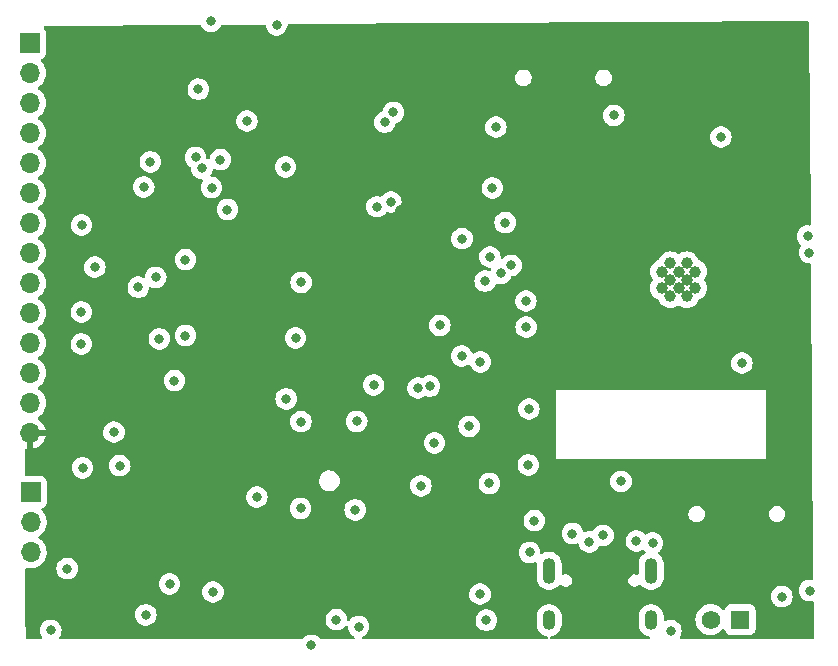
<source format=gbr>
%TF.GenerationSoftware,KiCad,Pcbnew,8.0.7*%
%TF.CreationDate,2024-12-23T22:44:15-05:00*%
%TF.ProjectId,OverSoon,4f766572-536f-46f6-9e2e-6b696361645f,rev?*%
%TF.SameCoordinates,Original*%
%TF.FileFunction,Copper,L3,Inr*%
%TF.FilePolarity,Positive*%
%FSLAX46Y46*%
G04 Gerber Fmt 4.6, Leading zero omitted, Abs format (unit mm)*
G04 Created by KiCad (PCBNEW 8.0.7) date 2024-12-23 22:44:15*
%MOMM*%
%LPD*%
G01*
G04 APERTURE LIST*
%TA.AperFunction,ComponentPad*%
%ADD10R,1.700000X1.700000*%
%TD*%
%TA.AperFunction,ComponentPad*%
%ADD11O,1.700000X1.700000*%
%TD*%
%TA.AperFunction,ComponentPad*%
%ADD12C,1.000000*%
%TD*%
%TA.AperFunction,ComponentPad*%
%ADD13O,1.100000X2.200000*%
%TD*%
%TA.AperFunction,ComponentPad*%
%ADD14O,1.100000X1.700000*%
%TD*%
%TA.AperFunction,ComponentPad*%
%ADD15R,1.575000X1.575000*%
%TD*%
%TA.AperFunction,ComponentPad*%
%ADD16C,1.575000*%
%TD*%
%TA.AperFunction,ViaPad*%
%ADD17C,0.800000*%
%TD*%
G04 APERTURE END LIST*
D10*
%TO.N,unconnected-(U8-T_IRQ-Pad1)*%
%TO.C,U8*%
X172694600Y-100203000D03*
D11*
%TO.N,unconnected-(U8-T_D0-Pad2)*%
X172694600Y-102743000D03*
%TO.N,unconnected-(U8-T_DIN-Pad3)*%
X172694600Y-105283000D03*
%TO.N,unconnected-(U8-T_CS-Pad4)*%
X172694600Y-107823000D03*
%TO.N,unconnected-(U8-T_CLK-Pad5)*%
X172694600Y-110363000D03*
%TO.N,to_MISO*%
X172694600Y-112903000D03*
%TO.N,SCREEN_LED*%
X172694600Y-115443000D03*
%TO.N,SCLK*%
X172694600Y-117983000D03*
%TO.N,to_MOSI*%
X172694600Y-120523000D03*
%TO.N,SCREEN_D{slash}C*%
X172694600Y-123063000D03*
%TO.N,Net-(U8-RESET)*%
X172694600Y-125603000D03*
%TO.N,SCREEN_CS*%
X172694600Y-128143000D03*
%TO.N,GND*%
X172694600Y-130683000D03*
%TO.N,+3V3*%
X172694600Y-133223000D03*
%TD*%
D12*
%TO.N,N/C*%
%TO.C,U7*%
X227610800Y-120950600D03*
X229010800Y-120950600D03*
X226210800Y-120950600D03*
X229010800Y-119550600D03*
X227610800Y-119550600D03*
X226210800Y-119550600D03*
X228310800Y-121650600D03*
X226910800Y-121650600D03*
X228310800Y-120250600D03*
X226910800Y-120250600D03*
X228310800Y-118850600D03*
X226910800Y-118850600D03*
%TD*%
D13*
%TO.N,GND*%
%TO.C,J2*%
X216636600Y-144892600D03*
D14*
X216636600Y-149072600D03*
D13*
X225276600Y-144892600D03*
D14*
X225276600Y-149072600D03*
%TD*%
D15*
%TO.N,GND*%
%TO.C,J1*%
X232827200Y-149021800D03*
D16*
%TO.N,Net-(SW1-B)*%
X230327200Y-149021800D03*
%TD*%
D10*
%TO.N,EX1*%
%TO.C,J4*%
X172745400Y-138226800D03*
D11*
%TO.N,EX2*%
X172745400Y-140766800D03*
%TO.N,EX3*%
X172745400Y-143306800D03*
%TD*%
D17*
%TO.N,VBUS*%
X214884000Y-135915400D03*
X215392000Y-140639800D03*
%TO.N,GND*%
X201789700Y-129159000D03*
X212140602Y-107325596D03*
X186944000Y-104114600D03*
X232968800Y-127304800D03*
X231190800Y-108153200D03*
X222732600Y-137312400D03*
X222123000Y-106324400D03*
X175844200Y-144703800D03*
X198628000Y-149021800D03*
X182499000Y-148615400D03*
X225399600Y-142544800D03*
X180289200Y-135991600D03*
X189407800Y-114300000D03*
X193573400Y-98679000D03*
X238709200Y-146558000D03*
X200355200Y-132232400D03*
X200228200Y-139725400D03*
X191058800Y-106807000D03*
X236347000Y-147066000D03*
X195605400Y-139598400D03*
X214934800Y-131191000D03*
X174447200Y-149936200D03*
X195630800Y-132257800D03*
X211835802Y-112481796D03*
X188010800Y-98374200D03*
X187248800Y-110820200D03*
X191897000Y-138633200D03*
X200507600Y-149606000D03*
X226949000Y-149961600D03*
X179806600Y-133146800D03*
X214985600Y-143332200D03*
X218617800Y-141732000D03*
X212928200Y-115417600D03*
X211328000Y-149072600D03*
X195656200Y-120472200D03*
X209245200Y-126695200D03*
X211632800Y-118310700D03*
%TO.N,+BATT*%
X209880200Y-132664200D03*
X224028000Y-142367000D03*
X210794600Y-146862800D03*
%TO.N,Net-(U2-D)*%
X196519800Y-151206200D03*
X184505600Y-145999200D03*
%TO.N,+3V3*%
X204012800Y-114325400D03*
X182803800Y-101320600D03*
X233121200Y-125323600D03*
X236677200Y-108508800D03*
X176377600Y-149961600D03*
X191617600Y-133477000D03*
X212572600Y-100304600D03*
X210591400Y-125552200D03*
X192481200Y-125857000D03*
X209499200Y-136118600D03*
X188087000Y-134620000D03*
X189001400Y-104114600D03*
X175133000Y-133223000D03*
X195110700Y-121869200D03*
X214147400Y-109270800D03*
X189509400Y-144221200D03*
X212750400Y-106045000D03*
X210591400Y-117322600D03*
X208305400Y-133451600D03*
X199974200Y-129133600D03*
%TO.N,+1V8*%
X184925054Y-128790347D03*
X182880000Y-110261400D03*
X188188600Y-146685000D03*
%TO.N,Net-(U11-~{RESET})*%
X210832700Y-127215900D03*
X209270600Y-116763800D03*
%TO.N,D+*%
X238683800Y-117957600D03*
X213436200Y-119024400D03*
X221208600Y-141884400D03*
%TO.N,D-*%
X212547200Y-119710200D03*
X238531400Y-116560600D03*
X220040200Y-142443200D03*
%TO.N,TMS*%
X202729500Y-106908600D03*
X202072033Y-114067143D03*
%TO.N,TCK*%
X203250800Y-113665000D03*
X203454000Y-106070400D03*
%TO.N,EX1*%
X178181000Y-119176800D03*
%TO.N,EX2*%
X183337200Y-120040400D03*
%TO.N,EX3*%
X183642000Y-125247400D03*
%TO.N,SDA*%
X205790800Y-137693400D03*
X205536800Y-129413000D03*
%TO.N,SCL*%
X206933800Y-134061200D03*
X206527400Y-129260600D03*
%TO.N,ACCEL_CS*%
X194335400Y-110693200D03*
X194386200Y-130327400D03*
%TO.N,GPS_WAKEUP*%
X211226400Y-120370600D03*
X211582000Y-137490200D03*
%TO.N,SCLK*%
X195173600Y-125171200D03*
X185851800Y-124968000D03*
X185851800Y-118541800D03*
X186715400Y-109880400D03*
X207391000Y-124104400D03*
%TO.N,to_MOSI*%
X188061600Y-112457400D03*
X182321200Y-112395000D03*
X181864000Y-120878600D03*
X188810300Y-110083600D03*
%TO.N,MCU_RX*%
X214706200Y-124256800D03*
X214680800Y-122047000D03*
%TO.N,SCREEN_LED*%
X177038000Y-122986800D03*
X177063400Y-115620800D03*
%TO.N,Net-(U8-RESET)*%
X177139600Y-136169400D03*
X177038000Y-125679200D03*
%TD*%
%TA.AperFunction,Conductor*%
%TO.N,+3V3*%
G36*
X238601687Y-98343474D02*
G01*
X238647804Y-98395962D01*
X238659362Y-98447285D01*
X238792067Y-115533121D01*
X238772904Y-115600311D01*
X238720457Y-115646475D01*
X238651378Y-115656955D01*
X238642290Y-115655374D01*
X238626887Y-115652100D01*
X238435913Y-115652100D01*
X238249114Y-115691805D01*
X238074646Y-115769483D01*
X237920145Y-115881735D01*
X237792359Y-116023657D01*
X237696873Y-116189043D01*
X237696870Y-116189050D01*
X237660929Y-116299666D01*
X237637858Y-116370672D01*
X237617896Y-116560600D01*
X237637858Y-116750528D01*
X237637859Y-116750531D01*
X237696870Y-116932149D01*
X237696873Y-116932156D01*
X237792360Y-117097544D01*
X237920147Y-117239466D01*
X237922237Y-117240985D01*
X237923154Y-117242174D01*
X237924976Y-117243814D01*
X237924676Y-117244147D01*
X237964903Y-117296315D01*
X237970881Y-117365928D01*
X237946682Y-117414023D01*
X237948578Y-117415401D01*
X237944759Y-117420656D01*
X237849273Y-117586043D01*
X237849270Y-117586050D01*
X237790259Y-117767668D01*
X237790258Y-117767672D01*
X237770296Y-117957600D01*
X237790258Y-118147528D01*
X237790259Y-118147531D01*
X237849270Y-118329149D01*
X237849273Y-118329156D01*
X237944760Y-118494544D01*
X238016391Y-118574098D01*
X238068338Y-118631792D01*
X238072547Y-118636466D01*
X238227048Y-118748718D01*
X238401512Y-118826394D01*
X238588313Y-118866100D01*
X238694914Y-118866100D01*
X238761953Y-118885785D01*
X238807708Y-118938589D01*
X238818910Y-118989137D01*
X239025148Y-145542271D01*
X239005985Y-145609461D01*
X238953538Y-145655625D01*
X238884459Y-145666105D01*
X238875371Y-145664524D01*
X238804687Y-145649500D01*
X238613713Y-145649500D01*
X238426914Y-145689205D01*
X238252446Y-145766883D01*
X238097945Y-145879135D01*
X237970159Y-146021057D01*
X237874673Y-146186443D01*
X237874670Y-146186450D01*
X237815659Y-146368068D01*
X237815658Y-146368072D01*
X237795696Y-146558000D01*
X237815658Y-146747928D01*
X237815659Y-146747931D01*
X237874670Y-146929549D01*
X237874673Y-146929556D01*
X237970160Y-147094944D01*
X238097947Y-147236866D01*
X238252448Y-147349118D01*
X238426912Y-147426794D01*
X238613713Y-147466500D01*
X238804686Y-147466500D01*
X238804687Y-147466500D01*
X238891109Y-147448130D01*
X238960774Y-147453446D01*
X239016508Y-147495582D01*
X239040614Y-147561162D01*
X239040885Y-147568457D01*
X239063829Y-150522484D01*
X239044666Y-150589674D01*
X238992219Y-150635838D01*
X238939880Y-150647447D01*
X227814448Y-150651680D01*
X227747401Y-150632021D01*
X227701626Y-150579234D01*
X227691656Y-150510080D01*
X227707014Y-150465680D01*
X227730524Y-150424959D01*
X227783527Y-150333156D01*
X227842542Y-150151528D01*
X227862504Y-149961600D01*
X227842542Y-149771672D01*
X227783527Y-149590044D01*
X227688040Y-149424656D01*
X227560253Y-149282734D01*
X227405752Y-149170482D01*
X227231288Y-149092806D01*
X227231286Y-149092805D01*
X227044487Y-149053100D01*
X226853513Y-149053100D01*
X226666714Y-149092805D01*
X226666712Y-149092806D01*
X226509532Y-149162786D01*
X226440285Y-149172070D01*
X226377009Y-149142442D01*
X226339796Y-149083307D01*
X226335100Y-149049506D01*
X226335100Y-149021797D01*
X229026249Y-149021797D01*
X229026249Y-149021802D01*
X229046012Y-149247702D01*
X229046013Y-149247709D01*
X229104704Y-149466746D01*
X229104708Y-149466757D01*
X229169638Y-149606000D01*
X229200543Y-149672276D01*
X229330614Y-149858035D01*
X229490965Y-150018386D01*
X229676724Y-150148457D01*
X229787371Y-150200052D01*
X229882242Y-150244291D01*
X229882244Y-150244291D01*
X229882249Y-150244294D01*
X230101292Y-150302987D01*
X230262654Y-150317104D01*
X230327198Y-150322751D01*
X230327200Y-150322751D01*
X230327202Y-150322751D01*
X230383803Y-150317799D01*
X230553108Y-150302987D01*
X230772151Y-150244294D01*
X230977676Y-150148457D01*
X231163435Y-150018386D01*
X231323786Y-149858035D01*
X231323786Y-149858034D01*
X231327614Y-149854207D01*
X231329373Y-149855966D01*
X231378747Y-149823033D01*
X231448606Y-149821841D01*
X231508020Y-149858607D01*
X231536383Y-149912882D01*
X231537711Y-149918504D01*
X231585773Y-150047358D01*
X231588811Y-150055504D01*
X231676439Y-150172561D01*
X231793496Y-150260189D01*
X231894066Y-150297700D01*
X231928737Y-150310632D01*
X231930499Y-150311289D01*
X231957750Y-150314218D01*
X231991045Y-150317799D01*
X231991062Y-150317800D01*
X233663338Y-150317800D01*
X233663354Y-150317799D01*
X233690392Y-150314891D01*
X233723901Y-150311289D01*
X233725663Y-150310632D01*
X233760334Y-150297700D01*
X233860904Y-150260189D01*
X233977961Y-150172561D01*
X234065589Y-150055504D01*
X234116689Y-149918501D01*
X234121474Y-149873994D01*
X234123199Y-149857954D01*
X234123200Y-149857937D01*
X234123200Y-148185662D01*
X234123199Y-148185645D01*
X234117293Y-148130719D01*
X234116689Y-148125099D01*
X234112288Y-148113300D01*
X234079433Y-148025214D01*
X234065589Y-147988096D01*
X233977961Y-147871039D01*
X233860904Y-147783411D01*
X233723903Y-147732311D01*
X233663354Y-147725800D01*
X233663338Y-147725800D01*
X231991062Y-147725800D01*
X231991045Y-147725800D01*
X231930497Y-147732311D01*
X231930495Y-147732311D01*
X231793495Y-147783411D01*
X231676439Y-147871039D01*
X231588811Y-147988095D01*
X231537709Y-148125100D01*
X231536382Y-148130719D01*
X231501808Y-148191435D01*
X231439896Y-148223820D01*
X231370305Y-148217592D01*
X231329083Y-148187923D01*
X231327614Y-148189393D01*
X231163435Y-148025214D01*
X231110424Y-147988095D01*
X230977676Y-147895143D01*
X230977672Y-147895141D01*
X230772157Y-147799308D01*
X230772146Y-147799304D01*
X230553109Y-147740613D01*
X230553102Y-147740612D01*
X230327202Y-147720849D01*
X230327198Y-147720849D01*
X230101297Y-147740612D01*
X230101290Y-147740613D01*
X229882253Y-147799304D01*
X229882249Y-147799306D01*
X229676725Y-147895143D01*
X229490965Y-148025214D01*
X229490963Y-148025215D01*
X229490960Y-148025218D01*
X229330618Y-148185560D01*
X229330615Y-148185563D01*
X229330614Y-148185565D01*
X229200543Y-148371325D01*
X229157400Y-148463847D01*
X229104707Y-148576847D01*
X229104704Y-148576853D01*
X229046013Y-148795890D01*
X229046012Y-148795897D01*
X229026249Y-149021797D01*
X226335100Y-149021797D01*
X226335100Y-148668346D01*
X226335099Y-148668342D01*
X226309011Y-148537188D01*
X226294423Y-148463847D01*
X226232707Y-148314853D01*
X226214632Y-148271214D01*
X226214627Y-148271205D01*
X226098791Y-148097845D01*
X226098788Y-148097841D01*
X225951358Y-147950411D01*
X225951354Y-147950408D01*
X225777994Y-147834572D01*
X225777985Y-147834567D01*
X225585353Y-147754777D01*
X225585345Y-147754775D01*
X225380857Y-147714100D01*
X225380853Y-147714100D01*
X225172347Y-147714100D01*
X225172342Y-147714100D01*
X224967854Y-147754775D01*
X224967846Y-147754777D01*
X224775214Y-147834567D01*
X224775205Y-147834572D01*
X224601845Y-147950408D01*
X224601841Y-147950411D01*
X224454411Y-148097841D01*
X224454408Y-148097845D01*
X224338572Y-148271205D01*
X224338567Y-148271214D01*
X224258777Y-148463846D01*
X224258775Y-148463854D01*
X224218100Y-148668342D01*
X224218100Y-149476857D01*
X224258775Y-149681345D01*
X224258777Y-149681353D01*
X224338567Y-149873985D01*
X224338572Y-149873994D01*
X224454408Y-150047354D01*
X224454411Y-150047358D01*
X224601841Y-150194788D01*
X224601845Y-150194791D01*
X224775205Y-150310627D01*
X224775214Y-150310632D01*
X224804472Y-150322751D01*
X224967847Y-150390423D01*
X225051806Y-150407123D01*
X225113715Y-150439507D01*
X225148290Y-150500222D01*
X225144551Y-150569992D01*
X225103685Y-150626664D01*
X225038667Y-150652246D01*
X225027661Y-150652740D01*
X216870027Y-150655844D01*
X216802980Y-150636185D01*
X216757205Y-150583398D01*
X216747235Y-150514244D01*
X216776236Y-150450677D01*
X216835000Y-150412880D01*
X216845768Y-150410231D01*
X216945353Y-150390423D01*
X217137988Y-150310631D01*
X217311355Y-150194791D01*
X217458791Y-150047355D01*
X217574631Y-149873988D01*
X217654423Y-149681353D01*
X217695100Y-149476853D01*
X217695100Y-148668347D01*
X217654423Y-148463847D01*
X217592707Y-148314853D01*
X217574632Y-148271214D01*
X217574627Y-148271205D01*
X217458791Y-148097845D01*
X217458788Y-148097841D01*
X217311358Y-147950411D01*
X217311354Y-147950408D01*
X217137994Y-147834572D01*
X217137985Y-147834567D01*
X216945353Y-147754777D01*
X216945345Y-147754775D01*
X216740857Y-147714100D01*
X216740853Y-147714100D01*
X216532347Y-147714100D01*
X216532342Y-147714100D01*
X216327854Y-147754775D01*
X216327846Y-147754777D01*
X216135214Y-147834567D01*
X216135205Y-147834572D01*
X215961845Y-147950408D01*
X215961841Y-147950411D01*
X215814411Y-148097841D01*
X215814408Y-148097845D01*
X215698572Y-148271205D01*
X215698567Y-148271214D01*
X215618777Y-148463846D01*
X215618775Y-148463854D01*
X215578100Y-148668342D01*
X215578100Y-149476857D01*
X215618775Y-149681345D01*
X215618777Y-149681353D01*
X215698567Y-149873985D01*
X215698572Y-149873994D01*
X215814408Y-150047354D01*
X215814411Y-150047358D01*
X215961841Y-150194788D01*
X215961845Y-150194791D01*
X216135205Y-150310627D01*
X216135214Y-150310632D01*
X216164472Y-150322751D01*
X216327847Y-150390423D01*
X216428304Y-150410405D01*
X216490212Y-150442788D01*
X216524787Y-150503503D01*
X216521048Y-150573273D01*
X216480183Y-150629945D01*
X216415165Y-150655527D01*
X216404158Y-150656021D01*
X200953059Y-150661901D01*
X200886012Y-150642242D01*
X200840237Y-150589455D01*
X200830267Y-150520301D01*
X200859268Y-150456734D01*
X200902574Y-150424623D01*
X200964352Y-150397118D01*
X201118853Y-150284866D01*
X201246640Y-150142944D01*
X201342127Y-149977556D01*
X201401142Y-149795928D01*
X201421104Y-149606000D01*
X201401142Y-149416072D01*
X201342127Y-149234444D01*
X201248686Y-149072600D01*
X210414496Y-149072600D01*
X210434458Y-149262528D01*
X210434459Y-149262531D01*
X210493470Y-149444149D01*
X210493473Y-149444156D01*
X210588960Y-149609544D01*
X210716747Y-149751466D01*
X210871248Y-149863718D01*
X211045712Y-149941394D01*
X211232513Y-149981100D01*
X211423487Y-149981100D01*
X211610288Y-149941394D01*
X211784752Y-149863718D01*
X211939253Y-149751466D01*
X212067040Y-149609544D01*
X212162527Y-149444156D01*
X212221542Y-149262528D01*
X212241504Y-149072600D01*
X212221542Y-148882672D01*
X212162527Y-148701044D01*
X212067040Y-148535656D01*
X211939253Y-148393734D01*
X211784752Y-148281482D01*
X211610288Y-148203806D01*
X211610286Y-148203805D01*
X211423487Y-148164100D01*
X211232513Y-148164100D01*
X211045714Y-148203805D01*
X210985347Y-148230682D01*
X210894311Y-148271214D01*
X210871246Y-148281483D01*
X210716745Y-148393735D01*
X210588959Y-148535657D01*
X210493473Y-148701043D01*
X210493470Y-148701050D01*
X210456484Y-148814882D01*
X210434458Y-148882672D01*
X210414496Y-149072600D01*
X201248686Y-149072600D01*
X201246640Y-149069056D01*
X201118853Y-148927134D01*
X200964352Y-148814882D01*
X200789888Y-148737206D01*
X200789886Y-148737205D01*
X200603087Y-148697500D01*
X200412113Y-148697500D01*
X200225314Y-148737205D01*
X200225312Y-148737206D01*
X200093501Y-148795892D01*
X200050846Y-148814883D01*
X199896345Y-148927135D01*
X199768558Y-149069057D01*
X199764738Y-149074316D01*
X199762439Y-149072645D01*
X199720791Y-149112263D01*
X199652168Y-149125403D01*
X199587335Y-149099358D01*
X199546874Y-149042395D01*
X199540783Y-149014948D01*
X199521542Y-148831872D01*
X199462527Y-148650244D01*
X199367040Y-148484856D01*
X199239253Y-148342934D01*
X199084752Y-148230682D01*
X198910288Y-148153006D01*
X198910286Y-148153005D01*
X198723487Y-148113300D01*
X198532513Y-148113300D01*
X198345714Y-148153005D01*
X198345712Y-148153006D01*
X198186661Y-148223820D01*
X198171246Y-148230683D01*
X198016745Y-148342935D01*
X197888959Y-148484857D01*
X197793473Y-148650243D01*
X197793470Y-148650250D01*
X197739978Y-148814882D01*
X197734458Y-148831872D01*
X197714496Y-149021800D01*
X197734458Y-149211728D01*
X197734459Y-149211731D01*
X197793470Y-149393349D01*
X197793473Y-149393356D01*
X197888960Y-149558744D01*
X197991181Y-149672272D01*
X197999357Y-149681353D01*
X198016747Y-149700666D01*
X198171248Y-149812918D01*
X198345712Y-149890594D01*
X198532513Y-149930300D01*
X198723487Y-149930300D01*
X198910288Y-149890594D01*
X199084752Y-149812918D01*
X199239253Y-149700666D01*
X199367040Y-149558744D01*
X199367041Y-149558740D01*
X199370862Y-149553484D01*
X199373198Y-149555181D01*
X199414571Y-149515658D01*
X199483166Y-149502370D01*
X199548055Y-149528277D01*
X199588638Y-149585153D01*
X199594816Y-149612856D01*
X199614058Y-149795928D01*
X199614059Y-149795931D01*
X199673070Y-149977549D01*
X199673073Y-149977556D01*
X199768560Y-150142944D01*
X199896347Y-150284866D01*
X200050848Y-150397118D01*
X200113383Y-150424960D01*
X200166620Y-150470209D01*
X200186942Y-150537057D01*
X200167897Y-150604281D01*
X200115532Y-150650537D01*
X200062995Y-150662239D01*
X197308722Y-150663287D01*
X197241675Y-150643628D01*
X197216526Y-150622260D01*
X197131054Y-150527335D01*
X197124378Y-150522484D01*
X196976552Y-150415082D01*
X196802088Y-150337406D01*
X196802086Y-150337405D01*
X196615287Y-150297700D01*
X196424313Y-150297700D01*
X196237514Y-150337405D01*
X196237512Y-150337406D01*
X196103401Y-150397116D01*
X196063046Y-150415083D01*
X195908547Y-150527334D01*
X195822531Y-150622862D01*
X195763043Y-150659509D01*
X195730429Y-150663888D01*
X175285413Y-150671668D01*
X175218366Y-150652009D01*
X175172591Y-150599222D01*
X175162621Y-150530068D01*
X175183350Y-150478979D01*
X175182991Y-150478772D01*
X175184483Y-150476187D01*
X175185060Y-150474766D01*
X175186228Y-150473156D01*
X175186240Y-150473144D01*
X175281727Y-150307756D01*
X175340742Y-150126128D01*
X175360704Y-149936200D01*
X175340742Y-149746272D01*
X175281727Y-149564644D01*
X175186240Y-149399256D01*
X175058453Y-149257334D01*
X174903952Y-149145082D01*
X174729488Y-149067406D01*
X174729486Y-149067405D01*
X174542687Y-149027700D01*
X174351713Y-149027700D01*
X174164914Y-149067405D01*
X173990446Y-149145083D01*
X173835945Y-149257335D01*
X173708159Y-149399257D01*
X173612673Y-149564643D01*
X173612670Y-149564650D01*
X173568477Y-149700664D01*
X173553658Y-149746272D01*
X173533696Y-149936200D01*
X173553658Y-150126128D01*
X173553659Y-150126131D01*
X173612670Y-150307749D01*
X173612673Y-150307756D01*
X173708158Y-150473141D01*
X173709813Y-150475419D01*
X173710362Y-150476960D01*
X173711409Y-150478772D01*
X173711077Y-150478963D01*
X173733294Y-150541225D01*
X173717470Y-150609279D01*
X173667365Y-150657975D01*
X173609543Y-150672306D01*
X172437282Y-150672752D01*
X172370235Y-150653093D01*
X172324460Y-150600306D01*
X172313236Y-150549119D01*
X172307557Y-148615400D01*
X181585496Y-148615400D01*
X181605458Y-148805328D01*
X181605459Y-148805331D01*
X181664470Y-148986949D01*
X181664473Y-148986956D01*
X181759960Y-149152344D01*
X181845821Y-149247702D01*
X181877363Y-149282734D01*
X181887747Y-149294266D01*
X182042248Y-149406518D01*
X182216712Y-149484194D01*
X182403513Y-149523900D01*
X182594487Y-149523900D01*
X182781288Y-149484194D01*
X182955752Y-149406518D01*
X183110253Y-149294266D01*
X183238040Y-149152344D01*
X183333527Y-148986956D01*
X183392542Y-148805328D01*
X183412504Y-148615400D01*
X183392542Y-148425472D01*
X183333527Y-148243844D01*
X183238040Y-148078456D01*
X183110253Y-147936534D01*
X182955752Y-147824282D01*
X182781288Y-147746606D01*
X182781286Y-147746605D01*
X182594487Y-147706900D01*
X182403513Y-147706900D01*
X182216714Y-147746605D01*
X182042246Y-147824283D01*
X181887745Y-147936535D01*
X181759959Y-148078457D01*
X181664473Y-148243843D01*
X181664470Y-148243850D01*
X181615770Y-148393734D01*
X181605458Y-148425472D01*
X181585496Y-148615400D01*
X172307557Y-148615400D01*
X172299873Y-145999200D01*
X183592096Y-145999200D01*
X183612058Y-146189128D01*
X183612059Y-146189131D01*
X183671070Y-146370749D01*
X183671073Y-146370756D01*
X183766560Y-146536144D01*
X183894347Y-146678066D01*
X184048848Y-146790318D01*
X184223312Y-146867994D01*
X184410113Y-146907700D01*
X184601087Y-146907700D01*
X184787888Y-146867994D01*
X184962352Y-146790318D01*
X185107309Y-146685000D01*
X187275096Y-146685000D01*
X187295058Y-146874928D01*
X187295059Y-146874931D01*
X187354070Y-147056549D01*
X187354073Y-147056556D01*
X187449560Y-147221944D01*
X187577347Y-147363866D01*
X187731848Y-147476118D01*
X187906312Y-147553794D01*
X188093113Y-147593500D01*
X188284087Y-147593500D01*
X188470888Y-147553794D01*
X188645352Y-147476118D01*
X188799853Y-147363866D01*
X188927640Y-147221944D01*
X189023127Y-147056556D01*
X189082142Y-146874928D01*
X189083417Y-146862800D01*
X209881096Y-146862800D01*
X209901058Y-147052728D01*
X209901059Y-147052731D01*
X209960070Y-147234349D01*
X209960073Y-147234356D01*
X210055560Y-147399744D01*
X210183347Y-147541666D01*
X210337848Y-147653918D01*
X210512312Y-147731594D01*
X210699113Y-147771300D01*
X210890087Y-147771300D01*
X211076888Y-147731594D01*
X211251352Y-147653918D01*
X211405853Y-147541666D01*
X211533640Y-147399744D01*
X211629127Y-147234356D01*
X211683830Y-147066000D01*
X235433496Y-147066000D01*
X235453458Y-147255928D01*
X235453459Y-147255931D01*
X235512470Y-147437549D01*
X235512473Y-147437556D01*
X235607960Y-147602944D01*
X235701562Y-147706900D01*
X235731917Y-147740613D01*
X235735747Y-147744866D01*
X235890248Y-147857118D01*
X236064712Y-147934794D01*
X236251513Y-147974500D01*
X236442487Y-147974500D01*
X236629288Y-147934794D01*
X236803752Y-147857118D01*
X236958253Y-147744866D01*
X237086040Y-147602944D01*
X237181527Y-147437556D01*
X237240542Y-147255928D01*
X237260504Y-147066000D01*
X237240542Y-146876072D01*
X237181527Y-146694444D01*
X237086040Y-146529056D01*
X236958253Y-146387134D01*
X236803752Y-146274882D01*
X236629288Y-146197206D01*
X236629286Y-146197205D01*
X236442487Y-146157500D01*
X236251513Y-146157500D01*
X236064714Y-146197205D01*
X235890246Y-146274883D01*
X235735745Y-146387135D01*
X235607959Y-146529057D01*
X235512473Y-146694443D01*
X235512470Y-146694450D01*
X235453459Y-146876068D01*
X235453458Y-146876072D01*
X235433496Y-147066000D01*
X211683830Y-147066000D01*
X211688142Y-147052728D01*
X211708104Y-146862800D01*
X211688142Y-146672872D01*
X211629127Y-146491244D01*
X211533640Y-146325856D01*
X211405853Y-146183934D01*
X211251352Y-146071682D01*
X211076888Y-145994006D01*
X211076886Y-145994005D01*
X210890087Y-145954300D01*
X210699113Y-145954300D01*
X210512314Y-145994005D01*
X210512312Y-145994006D01*
X210351819Y-146065462D01*
X210337846Y-146071683D01*
X210183345Y-146183935D01*
X210055559Y-146325857D01*
X209960073Y-146491243D01*
X209960070Y-146491250D01*
X209938382Y-146558000D01*
X209901058Y-146672872D01*
X209881096Y-146862800D01*
X189083417Y-146862800D01*
X189102104Y-146685000D01*
X189082142Y-146495072D01*
X189023127Y-146313444D01*
X188927640Y-146148056D01*
X188799853Y-146006134D01*
X188645352Y-145893882D01*
X188470888Y-145816206D01*
X188470886Y-145816205D01*
X188284087Y-145776500D01*
X188093113Y-145776500D01*
X187906314Y-145816205D01*
X187906312Y-145816206D01*
X187764971Y-145879135D01*
X187731846Y-145893883D01*
X187577345Y-146006135D01*
X187449559Y-146148057D01*
X187354073Y-146313443D01*
X187354070Y-146313450D01*
X187296300Y-146491250D01*
X187295058Y-146495072D01*
X187275096Y-146685000D01*
X185107309Y-146685000D01*
X185116853Y-146678066D01*
X185244640Y-146536144D01*
X185340127Y-146370756D01*
X185399142Y-146189128D01*
X185419104Y-145999200D01*
X185399142Y-145809272D01*
X185340127Y-145627644D01*
X185244640Y-145462256D01*
X185116853Y-145320334D01*
X184962352Y-145208082D01*
X184787888Y-145130406D01*
X184787886Y-145130405D01*
X184601087Y-145090700D01*
X184410113Y-145090700D01*
X184223314Y-145130405D01*
X184048846Y-145208083D01*
X183894345Y-145320335D01*
X183766559Y-145462257D01*
X183671073Y-145627643D01*
X183671070Y-145627650D01*
X183612059Y-145809268D01*
X183612058Y-145809272D01*
X183592096Y-145999200D01*
X172299873Y-145999200D01*
X172296222Y-144755893D01*
X172311352Y-144703800D01*
X174930696Y-144703800D01*
X174950658Y-144893728D01*
X174950659Y-144893731D01*
X175009670Y-145075349D01*
X175009673Y-145075356D01*
X175105160Y-145240744D01*
X175232947Y-145382666D01*
X175387448Y-145494918D01*
X175561912Y-145572594D01*
X175748713Y-145612300D01*
X175939687Y-145612300D01*
X176126488Y-145572594D01*
X176300952Y-145494918D01*
X176455453Y-145382666D01*
X176583240Y-145240744D01*
X176678727Y-145075356D01*
X176737742Y-144893728D01*
X176757704Y-144703800D01*
X176737742Y-144513872D01*
X176678727Y-144332244D01*
X176583240Y-144166856D01*
X176455453Y-144024934D01*
X176300952Y-143912682D01*
X176126488Y-143835006D01*
X176126486Y-143835005D01*
X175939687Y-143795300D01*
X175748713Y-143795300D01*
X175561914Y-143835005D01*
X175387446Y-143912683D01*
X175232945Y-144024935D01*
X175105159Y-144166857D01*
X175009673Y-144332243D01*
X175009670Y-144332250D01*
X174972064Y-144447991D01*
X174950658Y-144513872D01*
X174930696Y-144703800D01*
X172311352Y-144703800D01*
X172315708Y-144688803D01*
X172368377Y-144642893D01*
X172437506Y-144632747D01*
X172440588Y-144633220D01*
X172632831Y-144665300D01*
X172632832Y-144665300D01*
X172857969Y-144665300D01*
X173080035Y-144628244D01*
X173292974Y-144555142D01*
X173490976Y-144447989D01*
X173668640Y-144309706D01*
X173821122Y-144144068D01*
X173944260Y-143955591D01*
X174034696Y-143749416D01*
X174089964Y-143531168D01*
X174090713Y-143522128D01*
X174106452Y-143332200D01*
X214072096Y-143332200D01*
X214092058Y-143522128D01*
X214092059Y-143522131D01*
X214151070Y-143703749D01*
X214151073Y-143703756D01*
X214246560Y-143869144D01*
X214374347Y-144011066D01*
X214528848Y-144123318D01*
X214703312Y-144200994D01*
X214890113Y-144240700D01*
X215081087Y-144240700D01*
X215267888Y-144200994D01*
X215403666Y-144140541D01*
X215472914Y-144131257D01*
X215536191Y-144160885D01*
X215573404Y-144220020D01*
X215578100Y-144253821D01*
X215578100Y-145546857D01*
X215618775Y-145751345D01*
X215618777Y-145751353D01*
X215698567Y-145943985D01*
X215698572Y-145943994D01*
X215814408Y-146117354D01*
X215814411Y-146117358D01*
X215961841Y-146264788D01*
X215961845Y-146264791D01*
X216135205Y-146380627D01*
X216135214Y-146380632D01*
X216150914Y-146387135D01*
X216327847Y-146460423D01*
X216482792Y-146491243D01*
X216532342Y-146501099D01*
X216532346Y-146501100D01*
X216532347Y-146501100D01*
X216740854Y-146501100D01*
X216740855Y-146501099D01*
X216945353Y-146460423D01*
X217137988Y-146380631D01*
X217311355Y-146264791D01*
X217458791Y-146117355D01*
X217480910Y-146084251D01*
X217534519Y-146039448D01*
X217603844Y-146030739D01*
X217666872Y-146060893D01*
X217671692Y-146065462D01*
X217738335Y-146132105D01*
X217858164Y-146201288D01*
X217991817Y-146237100D01*
X217991819Y-146237100D01*
X218130181Y-146237100D01*
X218130183Y-146237100D01*
X218263836Y-146201288D01*
X218383665Y-146132105D01*
X218481505Y-146034265D01*
X218550688Y-145914436D01*
X218586500Y-145780783D01*
X218586500Y-145642417D01*
X218550688Y-145508764D01*
X218481505Y-145388935D01*
X218383665Y-145291095D01*
X218383664Y-145291094D01*
X218383661Y-145291092D01*
X218263838Y-145221913D01*
X218263837Y-145221912D01*
X218263836Y-145221912D01*
X218130183Y-145186100D01*
X217991817Y-145186100D01*
X217851193Y-145223780D01*
X217781343Y-145222117D01*
X217723481Y-145182954D01*
X217695977Y-145118726D01*
X217695100Y-145104005D01*
X217695100Y-144238346D01*
X217695099Y-144238342D01*
X217679692Y-144160885D01*
X217654423Y-144033847D01*
X217574631Y-143841212D01*
X217574630Y-143841211D01*
X217574627Y-143841205D01*
X217458791Y-143667845D01*
X217458788Y-143667841D01*
X217311358Y-143520411D01*
X217311354Y-143520408D01*
X217137994Y-143404572D01*
X217137985Y-143404567D01*
X216945353Y-143324777D01*
X216945345Y-143324775D01*
X216740857Y-143284100D01*
X216740853Y-143284100D01*
X216532347Y-143284100D01*
X216532342Y-143284100D01*
X216327854Y-143324775D01*
X216327846Y-143324777D01*
X216135214Y-143404567D01*
X216135205Y-143404572D01*
X216091995Y-143433445D01*
X216025317Y-143454323D01*
X215957937Y-143435838D01*
X215911247Y-143383860D01*
X215900963Y-143338539D01*
X215899783Y-143338664D01*
X215899104Y-143332200D01*
X215879142Y-143142272D01*
X215820127Y-142960644D01*
X215724640Y-142795256D01*
X215596853Y-142653334D01*
X215442352Y-142541082D01*
X215267888Y-142463406D01*
X215267886Y-142463405D01*
X215081087Y-142423700D01*
X214890113Y-142423700D01*
X214703314Y-142463405D01*
X214703312Y-142463406D01*
X214569201Y-142523116D01*
X214528846Y-142541083D01*
X214374345Y-142653335D01*
X214246559Y-142795257D01*
X214151073Y-142960643D01*
X214151070Y-142960650D01*
X214092059Y-143142268D01*
X214092058Y-143142272D01*
X214072096Y-143332200D01*
X174106452Y-143332200D01*
X174108556Y-143306805D01*
X174108556Y-143306794D01*
X174089965Y-143082440D01*
X174089963Y-143082428D01*
X174064061Y-142980144D01*
X174034696Y-142864184D01*
X173944260Y-142658009D01*
X173941206Y-142653335D01*
X173870297Y-142544800D01*
X173821122Y-142469532D01*
X173821119Y-142469529D01*
X173821115Y-142469523D01*
X173668643Y-142303897D01*
X173668638Y-142303892D01*
X173490977Y-142165612D01*
X173490978Y-142165612D01*
X173490976Y-142165611D01*
X173454470Y-142145855D01*
X173404879Y-142096636D01*
X173389771Y-142028419D01*
X173413941Y-141962864D01*
X173454470Y-141927745D01*
X173465213Y-141921931D01*
X173490976Y-141907989D01*
X173668640Y-141769706D01*
X173703351Y-141732000D01*
X217704296Y-141732000D01*
X217724258Y-141921928D01*
X217724259Y-141921931D01*
X217783270Y-142103549D01*
X217783273Y-142103556D01*
X217878760Y-142268944D01*
X218006547Y-142410866D01*
X218161048Y-142523118D01*
X218335512Y-142600794D01*
X218522313Y-142640500D01*
X218713287Y-142640500D01*
X218900088Y-142600794D01*
X218980508Y-142564988D01*
X219049757Y-142555704D01*
X219113034Y-142585332D01*
X219148874Y-142639949D01*
X219205671Y-142814752D01*
X219205673Y-142814756D01*
X219301160Y-142980144D01*
X219428947Y-143122066D01*
X219583448Y-143234318D01*
X219757912Y-143311994D01*
X219944713Y-143351700D01*
X220135687Y-143351700D01*
X220322488Y-143311994D01*
X220496952Y-143234318D01*
X220651453Y-143122066D01*
X220779240Y-142980144D01*
X220866978Y-142828176D01*
X220917543Y-142779963D01*
X220986150Y-142766739D01*
X221000145Y-142768888D01*
X221113113Y-142792900D01*
X221304087Y-142792900D01*
X221490888Y-142753194D01*
X221665352Y-142675518D01*
X221819853Y-142563266D01*
X221947640Y-142421344D01*
X221979016Y-142367000D01*
X223114496Y-142367000D01*
X223134458Y-142556928D01*
X223134459Y-142556931D01*
X223193470Y-142738549D01*
X223193473Y-142738556D01*
X223288960Y-142903944D01*
X223416747Y-143045866D01*
X223571248Y-143158118D01*
X223745712Y-143235794D01*
X223932513Y-143275500D01*
X224123487Y-143275500D01*
X224310288Y-143235794D01*
X224484752Y-143158118D01*
X224542279Y-143116321D01*
X224608082Y-143092842D01*
X224676136Y-143108667D01*
X224707311Y-143133666D01*
X224788346Y-143223665D01*
X224789242Y-143224660D01*
X224819472Y-143287652D01*
X224810846Y-143356987D01*
X224766105Y-143410652D01*
X224765983Y-143410734D01*
X224601845Y-143520408D01*
X224601841Y-143520411D01*
X224454411Y-143667841D01*
X224454408Y-143667845D01*
X224338572Y-143841205D01*
X224338567Y-143841214D01*
X224258777Y-144033846D01*
X224258775Y-144033854D01*
X224218100Y-144238342D01*
X224218100Y-145097199D01*
X224198415Y-145164238D01*
X224145611Y-145209993D01*
X224076453Y-145219937D01*
X224062007Y-145216974D01*
X224028821Y-145208082D01*
X223946783Y-145186100D01*
X223808417Y-145186100D01*
X223674764Y-145221912D01*
X223674761Y-145221913D01*
X223554938Y-145291092D01*
X223554933Y-145291096D01*
X223457096Y-145388933D01*
X223457092Y-145388938D01*
X223387913Y-145508761D01*
X223387912Y-145508764D01*
X223352100Y-145642417D01*
X223352100Y-145780783D01*
X223361592Y-145816205D01*
X223387912Y-145914435D01*
X223387913Y-145914438D01*
X223457092Y-146034261D01*
X223457094Y-146034264D01*
X223457095Y-146034265D01*
X223554935Y-146132105D01*
X223674764Y-146201288D01*
X223808417Y-146237100D01*
X223808419Y-146237100D01*
X223946781Y-146237100D01*
X223946783Y-146237100D01*
X224080436Y-146201288D01*
X224200265Y-146132105D01*
X224251682Y-146080687D01*
X224313003Y-146047203D01*
X224382695Y-146052187D01*
X224438628Y-146094058D01*
X224442465Y-146099479D01*
X224454410Y-146117357D01*
X224601841Y-146264788D01*
X224601845Y-146264791D01*
X224775205Y-146380627D01*
X224775214Y-146380632D01*
X224790914Y-146387135D01*
X224967847Y-146460423D01*
X225122792Y-146491243D01*
X225172342Y-146501099D01*
X225172346Y-146501100D01*
X225172347Y-146501100D01*
X225380854Y-146501100D01*
X225380855Y-146501099D01*
X225585353Y-146460423D01*
X225777988Y-146380631D01*
X225951355Y-146264791D01*
X226098791Y-146117355D01*
X226214631Y-145943988D01*
X226294423Y-145751353D01*
X226335100Y-145546853D01*
X226335100Y-144238347D01*
X226294423Y-144033847D01*
X226214631Y-143841212D01*
X226214630Y-143841211D01*
X226214627Y-143841205D01*
X226098791Y-143667845D01*
X226098788Y-143667841D01*
X225951357Y-143520410D01*
X225937203Y-143510953D01*
X225917518Y-143497799D01*
X225872714Y-143444189D01*
X225864006Y-143374864D01*
X225894160Y-143311836D01*
X225913524Y-143294380D01*
X225994160Y-143235794D01*
X226010853Y-143223666D01*
X226138640Y-143081744D01*
X226234127Y-142916356D01*
X226293142Y-142734728D01*
X226313104Y-142544800D01*
X226293142Y-142354872D01*
X226234127Y-142173244D01*
X226138640Y-142007856D01*
X226010853Y-141865934D01*
X225856352Y-141753682D01*
X225681888Y-141676006D01*
X225681886Y-141676005D01*
X225495087Y-141636300D01*
X225304113Y-141636300D01*
X225117314Y-141676005D01*
X224942844Y-141753684D01*
X224885320Y-141795477D01*
X224819513Y-141818956D01*
X224751460Y-141803130D01*
X224720286Y-141778130D01*
X224639254Y-141688135D01*
X224532002Y-141610211D01*
X224484752Y-141575882D01*
X224310288Y-141498206D01*
X224310286Y-141498205D01*
X224123487Y-141458500D01*
X223932513Y-141458500D01*
X223745714Y-141498205D01*
X223712834Y-141512844D01*
X223574566Y-141574405D01*
X223571246Y-141575883D01*
X223416745Y-141688135D01*
X223288959Y-141830057D01*
X223193473Y-141995443D01*
X223193470Y-141995450D01*
X223135700Y-142173250D01*
X223134458Y-142177072D01*
X223114496Y-142367000D01*
X221979016Y-142367000D01*
X222043127Y-142255956D01*
X222102142Y-142074328D01*
X222122104Y-141884400D01*
X222102142Y-141694472D01*
X222043127Y-141512844D01*
X221947640Y-141347456D01*
X221819853Y-141205534D01*
X221665352Y-141093282D01*
X221490888Y-141015606D01*
X221490886Y-141015605D01*
X221304087Y-140975900D01*
X221113113Y-140975900D01*
X220926314Y-141015605D01*
X220751846Y-141093283D01*
X220597345Y-141205535D01*
X220469558Y-141347457D01*
X220381822Y-141499421D01*
X220331255Y-141547637D01*
X220262648Y-141560859D01*
X220248655Y-141558711D01*
X220135688Y-141534700D01*
X220135687Y-141534700D01*
X219944713Y-141534700D01*
X219757913Y-141574405D01*
X219757910Y-141574406D01*
X219677490Y-141610211D01*
X219608240Y-141619495D01*
X219544964Y-141589866D01*
X219509125Y-141535249D01*
X219452329Y-141360450D01*
X219452328Y-141360449D01*
X219452327Y-141360444D01*
X219356840Y-141195056D01*
X219229053Y-141053134D01*
X219074552Y-140940882D01*
X218900088Y-140863206D01*
X218900086Y-140863205D01*
X218713287Y-140823500D01*
X218522313Y-140823500D01*
X218335514Y-140863205D01*
X218161046Y-140940883D01*
X218006545Y-141053135D01*
X217878759Y-141195057D01*
X217783273Y-141360443D01*
X217783270Y-141360450D01*
X217726653Y-141534700D01*
X217724258Y-141542072D01*
X217704296Y-141732000D01*
X173703351Y-141732000D01*
X173791450Y-141636300D01*
X173821115Y-141604076D01*
X173821116Y-141604074D01*
X173821122Y-141604068D01*
X173944260Y-141415591D01*
X174034696Y-141209416D01*
X174089964Y-140991168D01*
X174094131Y-140940882D01*
X174108556Y-140766805D01*
X174108556Y-140766794D01*
X174098033Y-140639800D01*
X214478496Y-140639800D01*
X214498458Y-140829728D01*
X214498459Y-140829731D01*
X214557470Y-141011349D01*
X214557473Y-141011356D01*
X214652960Y-141176744D01*
X214780747Y-141318666D01*
X214935248Y-141430918D01*
X215109712Y-141508594D01*
X215296513Y-141548300D01*
X215487487Y-141548300D01*
X215674288Y-141508594D01*
X215848752Y-141430918D01*
X216003253Y-141318666D01*
X216131040Y-141176744D01*
X216226527Y-141011356D01*
X216285542Y-140829728D01*
X216305504Y-140639800D01*
X216285542Y-140449872D01*
X216226527Y-140268244D01*
X216158256Y-140149995D01*
X228432899Y-140149995D01*
X228459818Y-140285322D01*
X228459821Y-140285332D01*
X228512621Y-140412804D01*
X228512628Y-140412817D01*
X228589285Y-140527541D01*
X228589288Y-140527545D01*
X228686854Y-140625111D01*
X228686858Y-140625114D01*
X228801582Y-140701771D01*
X228801595Y-140701778D01*
X228929067Y-140754578D01*
X228929072Y-140754580D01*
X228929076Y-140754580D01*
X228929077Y-140754581D01*
X229064404Y-140781500D01*
X229064407Y-140781500D01*
X229202395Y-140781500D01*
X229293441Y-140763389D01*
X229337728Y-140754580D01*
X229465211Y-140701775D01*
X229579942Y-140625114D01*
X229677514Y-140527542D01*
X229754175Y-140412811D01*
X229757715Y-140404266D01*
X229806978Y-140285332D01*
X229806980Y-140285328D01*
X229833900Y-140149995D01*
X235232899Y-140149995D01*
X235259818Y-140285322D01*
X235259821Y-140285332D01*
X235312621Y-140412804D01*
X235312628Y-140412817D01*
X235389285Y-140527541D01*
X235389288Y-140527545D01*
X235486854Y-140625111D01*
X235486858Y-140625114D01*
X235601582Y-140701771D01*
X235601595Y-140701778D01*
X235729067Y-140754578D01*
X235729072Y-140754580D01*
X235729076Y-140754580D01*
X235729077Y-140754581D01*
X235864404Y-140781500D01*
X235864407Y-140781500D01*
X236002395Y-140781500D01*
X236093441Y-140763389D01*
X236137728Y-140754580D01*
X236265211Y-140701775D01*
X236379942Y-140625114D01*
X236477514Y-140527542D01*
X236554175Y-140412811D01*
X236557715Y-140404266D01*
X236606978Y-140285332D01*
X236606980Y-140285328D01*
X236633900Y-140149993D01*
X236633900Y-140012007D01*
X236633900Y-140012004D01*
X236606981Y-139876677D01*
X236606980Y-139876676D01*
X236606980Y-139876672D01*
X236563212Y-139771006D01*
X236554178Y-139749195D01*
X236554171Y-139749182D01*
X236477514Y-139634458D01*
X236477511Y-139634454D01*
X236379945Y-139536888D01*
X236379941Y-139536885D01*
X236265217Y-139460228D01*
X236265204Y-139460221D01*
X236137732Y-139407421D01*
X236137722Y-139407418D01*
X236002395Y-139380500D01*
X236002393Y-139380500D01*
X235864407Y-139380500D01*
X235864405Y-139380500D01*
X235729077Y-139407418D01*
X235729067Y-139407421D01*
X235601595Y-139460221D01*
X235601582Y-139460228D01*
X235486858Y-139536885D01*
X235486854Y-139536888D01*
X235389288Y-139634454D01*
X235389285Y-139634458D01*
X235312628Y-139749182D01*
X235312621Y-139749195D01*
X235259821Y-139876667D01*
X235259818Y-139876677D01*
X235232900Y-140012004D01*
X235232900Y-140012007D01*
X235232900Y-140149993D01*
X235232900Y-140149995D01*
X235232899Y-140149995D01*
X229833900Y-140149995D01*
X229833900Y-140149993D01*
X229833900Y-140012007D01*
X229833900Y-140012004D01*
X229806981Y-139876677D01*
X229806980Y-139876676D01*
X229806980Y-139876672D01*
X229763212Y-139771006D01*
X229754178Y-139749195D01*
X229754171Y-139749182D01*
X229677514Y-139634458D01*
X229677511Y-139634454D01*
X229579945Y-139536888D01*
X229579941Y-139536885D01*
X229465217Y-139460228D01*
X229465204Y-139460221D01*
X229337732Y-139407421D01*
X229337722Y-139407418D01*
X229202395Y-139380500D01*
X229202393Y-139380500D01*
X229064407Y-139380500D01*
X229064405Y-139380500D01*
X228929077Y-139407418D01*
X228929067Y-139407421D01*
X228801595Y-139460221D01*
X228801582Y-139460228D01*
X228686858Y-139536885D01*
X228686854Y-139536888D01*
X228589288Y-139634454D01*
X228589285Y-139634458D01*
X228512628Y-139749182D01*
X228512621Y-139749195D01*
X228459821Y-139876667D01*
X228459818Y-139876677D01*
X228432900Y-140012004D01*
X228432900Y-140012007D01*
X228432900Y-140149993D01*
X228432900Y-140149995D01*
X228432899Y-140149995D01*
X216158256Y-140149995D01*
X216131040Y-140102856D01*
X216003253Y-139960934D01*
X215848752Y-139848682D01*
X215674288Y-139771006D01*
X215674286Y-139771005D01*
X215487487Y-139731300D01*
X215296513Y-139731300D01*
X215109714Y-139771005D01*
X214935246Y-139848683D01*
X214780745Y-139960935D01*
X214652959Y-140102857D01*
X214557473Y-140268243D01*
X214557470Y-140268250D01*
X214510498Y-140412817D01*
X214498458Y-140449872D01*
X214478496Y-140639800D01*
X174098033Y-140639800D01*
X174089965Y-140542440D01*
X174089963Y-140542428D01*
X174070911Y-140467194D01*
X174034696Y-140324184D01*
X173944260Y-140118009D01*
X173930505Y-140096956D01*
X173882691Y-140023770D01*
X173821122Y-139929532D01*
X173821119Y-139929529D01*
X173821115Y-139929523D01*
X173675910Y-139771791D01*
X173644987Y-139709137D01*
X173652847Y-139639711D01*
X173686523Y-139598400D01*
X194691896Y-139598400D01*
X194711858Y-139788328D01*
X194711859Y-139788331D01*
X194770870Y-139969949D01*
X194770873Y-139969956D01*
X194866360Y-140135344D01*
X194968690Y-140248994D01*
X194986023Y-140268244D01*
X194994147Y-140277266D01*
X195148648Y-140389518D01*
X195323112Y-140467194D01*
X195509913Y-140506900D01*
X195700887Y-140506900D01*
X195887688Y-140467194D01*
X196062152Y-140389518D01*
X196216653Y-140277266D01*
X196344440Y-140135344D01*
X196439927Y-139969956D01*
X196498942Y-139788328D01*
X196505556Y-139725400D01*
X199314696Y-139725400D01*
X199334658Y-139915328D01*
X199334659Y-139915331D01*
X199393670Y-140096949D01*
X199393673Y-140096956D01*
X199489160Y-140262344D01*
X199616947Y-140404266D01*
X199771448Y-140516518D01*
X199945912Y-140594194D01*
X200132713Y-140633900D01*
X200323687Y-140633900D01*
X200510488Y-140594194D01*
X200684952Y-140516518D01*
X200839453Y-140404266D01*
X200967240Y-140262344D01*
X201062727Y-140096956D01*
X201121742Y-139915328D01*
X201141704Y-139725400D01*
X201121742Y-139535472D01*
X201062727Y-139353844D01*
X200967240Y-139188456D01*
X200839453Y-139046534D01*
X200684952Y-138934282D01*
X200510488Y-138856606D01*
X200510486Y-138856605D01*
X200323687Y-138816900D01*
X200132713Y-138816900D01*
X199945914Y-138856605D01*
X199945912Y-138856606D01*
X199804571Y-138919535D01*
X199771446Y-138934283D01*
X199616945Y-139046535D01*
X199489159Y-139188457D01*
X199393673Y-139353843D01*
X199393670Y-139353850D01*
X199337187Y-139527689D01*
X199334658Y-139535472D01*
X199314696Y-139725400D01*
X196505556Y-139725400D01*
X196518904Y-139598400D01*
X196498942Y-139408472D01*
X196439927Y-139226844D01*
X196344440Y-139061456D01*
X196216653Y-138919534D01*
X196062152Y-138807282D01*
X195887688Y-138729606D01*
X195887686Y-138729605D01*
X195700887Y-138689900D01*
X195509913Y-138689900D01*
X195323114Y-138729605D01*
X195148646Y-138807283D01*
X194994145Y-138919535D01*
X194866359Y-139061457D01*
X194770873Y-139226843D01*
X194770870Y-139226850D01*
X194712200Y-139407418D01*
X194711858Y-139408472D01*
X194691896Y-139598400D01*
X173686523Y-139598400D01*
X173696994Y-139585555D01*
X173723805Y-139571627D01*
X173804039Y-139541700D01*
X173841604Y-139527689D01*
X173958661Y-139440061D01*
X174046289Y-139323004D01*
X174097389Y-139186001D01*
X174100991Y-139152492D01*
X174103899Y-139125454D01*
X174103900Y-139125437D01*
X174103900Y-138633200D01*
X190983496Y-138633200D01*
X191003458Y-138823128D01*
X191003459Y-138823131D01*
X191062470Y-139004749D01*
X191062473Y-139004756D01*
X191157960Y-139170144D01*
X191285747Y-139312066D01*
X191440248Y-139424318D01*
X191614712Y-139501994D01*
X191801513Y-139541700D01*
X191992487Y-139541700D01*
X192179288Y-139501994D01*
X192353752Y-139424318D01*
X192508253Y-139312066D01*
X192636040Y-139170144D01*
X192731527Y-139004756D01*
X192790542Y-138823128D01*
X192810504Y-138633200D01*
X192790542Y-138443272D01*
X192731527Y-138261644D01*
X192636040Y-138096256D01*
X192508253Y-137954334D01*
X192353752Y-137842082D01*
X192179288Y-137764406D01*
X192179286Y-137764405D01*
X191992487Y-137724700D01*
X191801513Y-137724700D01*
X191614714Y-137764405D01*
X191440246Y-137842083D01*
X191285745Y-137954335D01*
X191157959Y-138096257D01*
X191062473Y-138261643D01*
X191062470Y-138261650D01*
X191026529Y-138372266D01*
X191003458Y-138443272D01*
X190983496Y-138633200D01*
X174103900Y-138633200D01*
X174103900Y-137328162D01*
X174103899Y-137328145D01*
X174100557Y-137297070D01*
X174097389Y-137267599D01*
X174095151Y-137261600D01*
X197165117Y-137261600D01*
X197184318Y-137444288D01*
X197184319Y-137444291D01*
X197241080Y-137618987D01*
X197241083Y-137618993D01*
X197332931Y-137778077D01*
X197455846Y-137914589D01*
X197510552Y-137954335D01*
X197604459Y-138022563D01*
X197697558Y-138064012D01*
X197772272Y-138097277D01*
X197951953Y-138135469D01*
X197951954Y-138135469D01*
X198135645Y-138135469D01*
X198135647Y-138135469D01*
X198315328Y-138097277D01*
X198483142Y-138022562D01*
X198631754Y-137914589D01*
X198754669Y-137778077D01*
X198803558Y-137693400D01*
X204877296Y-137693400D01*
X204897258Y-137883328D01*
X204897259Y-137883331D01*
X204956270Y-138064949D01*
X204956273Y-138064956D01*
X205051760Y-138230344D01*
X205179547Y-138372266D01*
X205334048Y-138484518D01*
X205508512Y-138562194D01*
X205695313Y-138601900D01*
X205886287Y-138601900D01*
X206073088Y-138562194D01*
X206247552Y-138484518D01*
X206402053Y-138372266D01*
X206529840Y-138230344D01*
X206625327Y-138064956D01*
X206684342Y-137883328D01*
X206704304Y-137693400D01*
X206684342Y-137503472D01*
X206680030Y-137490200D01*
X210668496Y-137490200D01*
X210688458Y-137680128D01*
X210688459Y-137680131D01*
X210747470Y-137861749D01*
X210747473Y-137861756D01*
X210842960Y-138027144D01*
X210970747Y-138169066D01*
X211125248Y-138281318D01*
X211299712Y-138358994D01*
X211486513Y-138398700D01*
X211677487Y-138398700D01*
X211864288Y-138358994D01*
X212038752Y-138281318D01*
X212193253Y-138169066D01*
X212321040Y-138027144D01*
X212416527Y-137861756D01*
X212475542Y-137680128D01*
X212495504Y-137490200D01*
X212476817Y-137312400D01*
X221819096Y-137312400D01*
X221839058Y-137502328D01*
X221839059Y-137502331D01*
X221898070Y-137683949D01*
X221898073Y-137683956D01*
X221993560Y-137849344D01*
X222121347Y-137991266D01*
X222275848Y-138103518D01*
X222450312Y-138181194D01*
X222637113Y-138220900D01*
X222828087Y-138220900D01*
X223014888Y-138181194D01*
X223189352Y-138103518D01*
X223343853Y-137991266D01*
X223471640Y-137849344D01*
X223567127Y-137683956D01*
X223626142Y-137502328D01*
X223646104Y-137312400D01*
X223626142Y-137122472D01*
X223567127Y-136940844D01*
X223471640Y-136775456D01*
X223343853Y-136633534D01*
X223189352Y-136521282D01*
X223014888Y-136443606D01*
X223014886Y-136443605D01*
X222828087Y-136403900D01*
X222637113Y-136403900D01*
X222450314Y-136443605D01*
X222430686Y-136452344D01*
X222322216Y-136500638D01*
X222275846Y-136521283D01*
X222121345Y-136633535D01*
X221993559Y-136775457D01*
X221898073Y-136940843D01*
X221898070Y-136940850D01*
X221840300Y-137118650D01*
X221839058Y-137122472D01*
X221819096Y-137312400D01*
X212476817Y-137312400D01*
X212475542Y-137300272D01*
X212416527Y-137118644D01*
X212321040Y-136953256D01*
X212193253Y-136811334D01*
X212038752Y-136699082D01*
X211864288Y-136621406D01*
X211864286Y-136621405D01*
X211677487Y-136581700D01*
X211486513Y-136581700D01*
X211299714Y-136621405D01*
X211125246Y-136699083D01*
X210970745Y-136811335D01*
X210842959Y-136953257D01*
X210747473Y-137118643D01*
X210747470Y-137118650D01*
X210699074Y-137267599D01*
X210688458Y-137300272D01*
X210668496Y-137490200D01*
X206680030Y-137490200D01*
X206625327Y-137321844D01*
X206529840Y-137156456D01*
X206402053Y-137014534D01*
X206247552Y-136902282D01*
X206073088Y-136824606D01*
X206073086Y-136824605D01*
X205886287Y-136784900D01*
X205695313Y-136784900D01*
X205508514Y-136824605D01*
X205334046Y-136902283D01*
X205179545Y-137014535D01*
X205051759Y-137156457D01*
X204956273Y-137321843D01*
X204956270Y-137321850D01*
X204897259Y-137503468D01*
X204897258Y-137503472D01*
X204877296Y-137693400D01*
X198803558Y-137693400D01*
X198846517Y-137618993D01*
X198903282Y-137444288D01*
X198922483Y-137261600D01*
X198903282Y-137078912D01*
X198846517Y-136904207D01*
X198754669Y-136745123D01*
X198631754Y-136608611D01*
X198538635Y-136540956D01*
X198483140Y-136500636D01*
X198315326Y-136425922D01*
X198184146Y-136398039D01*
X198135647Y-136387731D01*
X197951953Y-136387731D01*
X197913762Y-136395848D01*
X197772273Y-136425922D01*
X197772272Y-136425922D01*
X197604458Y-136500637D01*
X197604457Y-136500638D01*
X197455847Y-136608610D01*
X197455845Y-136608611D01*
X197332930Y-136745124D01*
X197241083Y-136904206D01*
X197241080Y-136904212D01*
X197205235Y-137014535D01*
X197184318Y-137078912D01*
X197165117Y-137261600D01*
X174095151Y-137261600D01*
X174074922Y-137207364D01*
X174046289Y-137130596D01*
X173958661Y-137013539D01*
X173841604Y-136925911D01*
X173704603Y-136874811D01*
X173644054Y-136868300D01*
X173644038Y-136868300D01*
X172396693Y-136868300D01*
X172329654Y-136848615D01*
X172283899Y-136795811D01*
X172272695Y-136744668D01*
X172271005Y-136169400D01*
X176226096Y-136169400D01*
X176246058Y-136359328D01*
X176246059Y-136359331D01*
X176305070Y-136540949D01*
X176305073Y-136540956D01*
X176400560Y-136706344D01*
X176528347Y-136848266D01*
X176682848Y-136960518D01*
X176857312Y-137038194D01*
X177044113Y-137077900D01*
X177235087Y-137077900D01*
X177421888Y-137038194D01*
X177596352Y-136960518D01*
X177750853Y-136848266D01*
X177878640Y-136706344D01*
X177974127Y-136540956D01*
X178033142Y-136359328D01*
X178053104Y-136169400D01*
X178034417Y-135991600D01*
X179375696Y-135991600D01*
X179395658Y-136181528D01*
X179395659Y-136181531D01*
X179454670Y-136363149D01*
X179454673Y-136363156D01*
X179550160Y-136528544D01*
X179677947Y-136670466D01*
X179832448Y-136782718D01*
X180006912Y-136860394D01*
X180193713Y-136900100D01*
X180384687Y-136900100D01*
X180571488Y-136860394D01*
X180745952Y-136782718D01*
X180900453Y-136670466D01*
X181028240Y-136528544D01*
X181123727Y-136363156D01*
X181182742Y-136181528D01*
X181202704Y-135991600D01*
X181194695Y-135915400D01*
X213970496Y-135915400D01*
X213990458Y-136105328D01*
X213990459Y-136105331D01*
X214049470Y-136286949D01*
X214049473Y-136286956D01*
X214144960Y-136452344D01*
X214207032Y-136521282D01*
X214261432Y-136581700D01*
X214272747Y-136594266D01*
X214427248Y-136706518D01*
X214601712Y-136784194D01*
X214788513Y-136823900D01*
X214979487Y-136823900D01*
X215166288Y-136784194D01*
X215340752Y-136706518D01*
X215495253Y-136594266D01*
X215623040Y-136452344D01*
X215718527Y-136286956D01*
X215777542Y-136105328D01*
X215797504Y-135915400D01*
X215777542Y-135725472D01*
X215718527Y-135543844D01*
X215626472Y-135384400D01*
X217195400Y-135384400D01*
X235000800Y-135382000D01*
X235026200Y-129540000D01*
X217195400Y-129540000D01*
X217195400Y-135384400D01*
X215626472Y-135384400D01*
X215623040Y-135378456D01*
X215495253Y-135236534D01*
X215340752Y-135124282D01*
X215166288Y-135046606D01*
X215166286Y-135046605D01*
X214979487Y-135006900D01*
X214788513Y-135006900D01*
X214601714Y-135046605D01*
X214601712Y-135046606D01*
X214430566Y-135122805D01*
X214427246Y-135124283D01*
X214272745Y-135236535D01*
X214144959Y-135378457D01*
X214049473Y-135543843D01*
X214049470Y-135543850D01*
X213990459Y-135725468D01*
X213990458Y-135725472D01*
X213970496Y-135915400D01*
X181194695Y-135915400D01*
X181182742Y-135801672D01*
X181123727Y-135620044D01*
X181028240Y-135454656D01*
X180900453Y-135312734D01*
X180745952Y-135200482D01*
X180571488Y-135122806D01*
X180571486Y-135122805D01*
X180384687Y-135083100D01*
X180193713Y-135083100D01*
X180006914Y-135122805D01*
X179832446Y-135200483D01*
X179677945Y-135312735D01*
X179550159Y-135454657D01*
X179454673Y-135620043D01*
X179454670Y-135620050D01*
X179396900Y-135797850D01*
X179395658Y-135801672D01*
X179375696Y-135991600D01*
X178034417Y-135991600D01*
X178033142Y-135979472D01*
X177974127Y-135797844D01*
X177878640Y-135632456D01*
X177750853Y-135490534D01*
X177596352Y-135378282D01*
X177421888Y-135300606D01*
X177421886Y-135300605D01*
X177235087Y-135260900D01*
X177044113Y-135260900D01*
X176857314Y-135300605D01*
X176682846Y-135378283D01*
X176528345Y-135490535D01*
X176400559Y-135632457D01*
X176305073Y-135797843D01*
X176305070Y-135797850D01*
X176266876Y-135915400D01*
X176246058Y-135979472D01*
X176226096Y-136169400D01*
X172271005Y-136169400D01*
X172266595Y-134667898D01*
X172286082Y-134600805D01*
X172338752Y-134554895D01*
X172407881Y-134544749D01*
X172422687Y-134547763D01*
X172444600Y-134553634D01*
X172444600Y-133656012D01*
X172501607Y-133688925D01*
X172628774Y-133723000D01*
X172760426Y-133723000D01*
X172887593Y-133688925D01*
X172944600Y-133656012D01*
X172944600Y-134553633D01*
X173158083Y-134496433D01*
X173158092Y-134496429D01*
X173372178Y-134396600D01*
X173565682Y-134261105D01*
X173732705Y-134094082D01*
X173755730Y-134061200D01*
X206020296Y-134061200D01*
X206040258Y-134251128D01*
X206040259Y-134251131D01*
X206099270Y-134432749D01*
X206099273Y-134432756D01*
X206194760Y-134598144D01*
X206322547Y-134740066D01*
X206477048Y-134852318D01*
X206651512Y-134929994D01*
X206838313Y-134969700D01*
X207029287Y-134969700D01*
X207216088Y-134929994D01*
X207390552Y-134852318D01*
X207545053Y-134740066D01*
X207672840Y-134598144D01*
X207768327Y-134432756D01*
X207827342Y-134251128D01*
X207847304Y-134061200D01*
X207827342Y-133871272D01*
X207768327Y-133689644D01*
X207672840Y-133524256D01*
X207545053Y-133382334D01*
X207390552Y-133270082D01*
X207216088Y-133192406D01*
X207216086Y-133192405D01*
X207029287Y-133152700D01*
X206838313Y-133152700D01*
X206651514Y-133192405D01*
X206477046Y-133270083D01*
X206322545Y-133382335D01*
X206194759Y-133524257D01*
X206099273Y-133689643D01*
X206099270Y-133689650D01*
X206055077Y-133825664D01*
X206040258Y-133871272D01*
X206020296Y-134061200D01*
X173755730Y-134061200D01*
X173868200Y-133900578D01*
X173968029Y-133686492D01*
X173968032Y-133686486D01*
X174025236Y-133473000D01*
X173127612Y-133473000D01*
X173160525Y-133415993D01*
X173194600Y-133288826D01*
X173194600Y-133157174D01*
X173191820Y-133146800D01*
X178893096Y-133146800D01*
X178913058Y-133336728D01*
X178913059Y-133336731D01*
X178972070Y-133518349D01*
X178972073Y-133518356D01*
X179067560Y-133683744D01*
X179195347Y-133825666D01*
X179349848Y-133937918D01*
X179524312Y-134015594D01*
X179711113Y-134055300D01*
X179902087Y-134055300D01*
X180088888Y-134015594D01*
X180263352Y-133937918D01*
X180417853Y-133825666D01*
X180545640Y-133683744D01*
X180641127Y-133518356D01*
X180700142Y-133336728D01*
X180720104Y-133146800D01*
X180700142Y-132956872D01*
X180641127Y-132775244D01*
X180545640Y-132609856D01*
X180417853Y-132467934D01*
X180263352Y-132355682D01*
X180088888Y-132278006D01*
X180088886Y-132278005D01*
X179993828Y-132257800D01*
X194717296Y-132257800D01*
X194737258Y-132447728D01*
X194737259Y-132447731D01*
X194796270Y-132629349D01*
X194796273Y-132629356D01*
X194891760Y-132794744D01*
X195019547Y-132936666D01*
X195174048Y-133048918D01*
X195348512Y-133126594D01*
X195535313Y-133166300D01*
X195726287Y-133166300D01*
X195913088Y-133126594D01*
X196087552Y-133048918D01*
X196242053Y-132936666D01*
X196369840Y-132794744D01*
X196465327Y-132629356D01*
X196524342Y-132447728D01*
X196544304Y-132257800D01*
X196541634Y-132232400D01*
X199441696Y-132232400D01*
X199461658Y-132422328D01*
X199461659Y-132422331D01*
X199520670Y-132603949D01*
X199520673Y-132603956D01*
X199616160Y-132769344D01*
X199743947Y-132911266D01*
X199898448Y-133023518D01*
X200072912Y-133101194D01*
X200259713Y-133140900D01*
X200450687Y-133140900D01*
X200637488Y-133101194D01*
X200811952Y-133023518D01*
X200966453Y-132911266D01*
X201094240Y-132769344D01*
X201154945Y-132664200D01*
X208966696Y-132664200D01*
X208986658Y-132854128D01*
X208986659Y-132854131D01*
X209045670Y-133035749D01*
X209045673Y-133035756D01*
X209141160Y-133201144D01*
X209268947Y-133343066D01*
X209423448Y-133455318D01*
X209597912Y-133532994D01*
X209784713Y-133572700D01*
X209975687Y-133572700D01*
X210162488Y-133532994D01*
X210336952Y-133455318D01*
X210491453Y-133343066D01*
X210619240Y-133201144D01*
X210714727Y-133035756D01*
X210773742Y-132854128D01*
X210793704Y-132664200D01*
X210773742Y-132474272D01*
X210714727Y-132292644D01*
X210619240Y-132127256D01*
X210491453Y-131985334D01*
X210336952Y-131873082D01*
X210162488Y-131795406D01*
X210162486Y-131795405D01*
X209975687Y-131755700D01*
X209784713Y-131755700D01*
X209597914Y-131795405D01*
X209533264Y-131824189D01*
X209430672Y-131869866D01*
X209423446Y-131873083D01*
X209268945Y-131985335D01*
X209141159Y-132127257D01*
X209045673Y-132292643D01*
X209045670Y-132292650D01*
X208988717Y-132467934D01*
X208986658Y-132474272D01*
X208966696Y-132664200D01*
X201154945Y-132664200D01*
X201189727Y-132603956D01*
X201248742Y-132422328D01*
X201268704Y-132232400D01*
X201248742Y-132042472D01*
X201189727Y-131860844D01*
X201094240Y-131695456D01*
X200966453Y-131553534D01*
X200811952Y-131441282D01*
X200637488Y-131363606D01*
X200637486Y-131363605D01*
X200450687Y-131323900D01*
X200259713Y-131323900D01*
X200072914Y-131363605D01*
X199898446Y-131441283D01*
X199743945Y-131553535D01*
X199616159Y-131695457D01*
X199520673Y-131860843D01*
X199520670Y-131860850D01*
X199481268Y-131982118D01*
X199461658Y-132042472D01*
X199441696Y-132232400D01*
X196541634Y-132232400D01*
X196524342Y-132067872D01*
X196465327Y-131886244D01*
X196369840Y-131720856D01*
X196242053Y-131578934D01*
X196087552Y-131466682D01*
X195913088Y-131389006D01*
X195913086Y-131389005D01*
X195726287Y-131349300D01*
X195535313Y-131349300D01*
X195348514Y-131389005D01*
X195174046Y-131466683D01*
X195019545Y-131578935D01*
X194891759Y-131720857D01*
X194796273Y-131886243D01*
X194796270Y-131886250D01*
X194737259Y-132067868D01*
X194737258Y-132067872D01*
X194717296Y-132257800D01*
X179993828Y-132257800D01*
X179902087Y-132238300D01*
X179711113Y-132238300D01*
X179524314Y-132278005D01*
X179349846Y-132355683D01*
X179195345Y-132467935D01*
X179067559Y-132609857D01*
X178972073Y-132775243D01*
X178972070Y-132775250D01*
X178919624Y-132936664D01*
X178913058Y-132956872D01*
X178893096Y-133146800D01*
X173191820Y-133146800D01*
X173160525Y-133030007D01*
X173127612Y-132973000D01*
X174025236Y-132973000D01*
X174025235Y-132972999D01*
X173968032Y-132759513D01*
X173968029Y-132759507D01*
X173868200Y-132545422D01*
X173868199Y-132545420D01*
X173732713Y-132351926D01*
X173732708Y-132351920D01*
X173565682Y-132184894D01*
X173384797Y-132058236D01*
X173341172Y-132003659D01*
X173333980Y-131934160D01*
X173365502Y-131871806D01*
X173396900Y-131847608D01*
X173440176Y-131824189D01*
X173617840Y-131685906D01*
X173770322Y-131520268D01*
X173893460Y-131331791D01*
X173983896Y-131125616D01*
X174039164Y-130907368D01*
X174042729Y-130864344D01*
X174057756Y-130683005D01*
X174057756Y-130682994D01*
X174039165Y-130458640D01*
X174039163Y-130458628D01*
X174005931Y-130327400D01*
X193472696Y-130327400D01*
X193492658Y-130517328D01*
X193492659Y-130517331D01*
X193551670Y-130698949D01*
X193551673Y-130698956D01*
X193647160Y-130864344D01*
X193774947Y-131006266D01*
X193929448Y-131118518D01*
X194103912Y-131196194D01*
X194290713Y-131235900D01*
X194481687Y-131235900D01*
X194668488Y-131196194D01*
X194680154Y-131191000D01*
X214021296Y-131191000D01*
X214041258Y-131380928D01*
X214041259Y-131380931D01*
X214100270Y-131562549D01*
X214100273Y-131562556D01*
X214195760Y-131727944D01*
X214282419Y-131824189D01*
X214315423Y-131860844D01*
X214323547Y-131869866D01*
X214478048Y-131982118D01*
X214652512Y-132059794D01*
X214839313Y-132099500D01*
X215030287Y-132099500D01*
X215217088Y-132059794D01*
X215391552Y-131982118D01*
X215546053Y-131869866D01*
X215673840Y-131727944D01*
X215769327Y-131562556D01*
X215828342Y-131380928D01*
X215848304Y-131191000D01*
X215828342Y-131001072D01*
X215769327Y-130819444D01*
X215673840Y-130654056D01*
X215546053Y-130512134D01*
X215391552Y-130399882D01*
X215217088Y-130322206D01*
X215217086Y-130322205D01*
X215030287Y-130282500D01*
X214839313Y-130282500D01*
X214652514Y-130322205D01*
X214478046Y-130399883D01*
X214323545Y-130512135D01*
X214195759Y-130654057D01*
X214100273Y-130819443D01*
X214100270Y-130819450D01*
X214041259Y-131001068D01*
X214041258Y-131001072D01*
X214021296Y-131191000D01*
X194680154Y-131191000D01*
X194842952Y-131118518D01*
X194997453Y-131006266D01*
X195125240Y-130864344D01*
X195220727Y-130698956D01*
X195279742Y-130517328D01*
X195299704Y-130327400D01*
X195279742Y-130137472D01*
X195220727Y-129955844D01*
X195125240Y-129790456D01*
X194997453Y-129648534D01*
X194842952Y-129536282D01*
X194668488Y-129458606D01*
X194668486Y-129458605D01*
X194481687Y-129418900D01*
X194290713Y-129418900D01*
X194103914Y-129458605D01*
X193929446Y-129536283D01*
X193774945Y-129648535D01*
X193647159Y-129790457D01*
X193551673Y-129955843D01*
X193551670Y-129955850D01*
X193492659Y-130137468D01*
X193492658Y-130137472D01*
X193472696Y-130327400D01*
X174005931Y-130327400D01*
X173983896Y-130240385D01*
X173967987Y-130204116D01*
X173893460Y-130034209D01*
X173770322Y-129845732D01*
X173770319Y-129845729D01*
X173770315Y-129845723D01*
X173617843Y-129680097D01*
X173617838Y-129680092D01*
X173440177Y-129541812D01*
X173440178Y-129541812D01*
X173440176Y-129541811D01*
X173403670Y-129522055D01*
X173354079Y-129472836D01*
X173338971Y-129404619D01*
X173363141Y-129339064D01*
X173403670Y-129303945D01*
X173403684Y-129303936D01*
X173440176Y-129284189D01*
X173617840Y-129145906D01*
X173770322Y-128980268D01*
X173893460Y-128791791D01*
X173894093Y-128790347D01*
X184011550Y-128790347D01*
X184031512Y-128980275D01*
X184031513Y-128980278D01*
X184090524Y-129161896D01*
X184090527Y-129161903D01*
X184186014Y-129327291D01*
X184263187Y-129413000D01*
X184304249Y-129458605D01*
X184313801Y-129469213D01*
X184468302Y-129581465D01*
X184642766Y-129659141D01*
X184829567Y-129698847D01*
X185020541Y-129698847D01*
X185207342Y-129659141D01*
X185381806Y-129581465D01*
X185536307Y-129469213D01*
X185664094Y-129327291D01*
X185759581Y-129161903D01*
X185760524Y-129159000D01*
X200876196Y-129159000D01*
X200896158Y-129348928D01*
X200896159Y-129348931D01*
X200955170Y-129530549D01*
X200955173Y-129530556D01*
X201050660Y-129695944D01*
X201178447Y-129837866D01*
X201332948Y-129950118D01*
X201507412Y-130027794D01*
X201694213Y-130067500D01*
X201885187Y-130067500D01*
X202071988Y-130027794D01*
X202246452Y-129950118D01*
X202400953Y-129837866D01*
X202528740Y-129695944D01*
X202624227Y-129530556D01*
X202662424Y-129413000D01*
X204623296Y-129413000D01*
X204643258Y-129602928D01*
X204643259Y-129602931D01*
X204702270Y-129784549D01*
X204702273Y-129784556D01*
X204797760Y-129949944D01*
X204925547Y-130091866D01*
X205080048Y-130204118D01*
X205254512Y-130281794D01*
X205441313Y-130321500D01*
X205632287Y-130321500D01*
X205819088Y-130281794D01*
X205993552Y-130204118D01*
X206094985Y-130130421D01*
X206160791Y-130106941D01*
X206218307Y-130117460D01*
X206245107Y-130129392D01*
X206245112Y-130129394D01*
X206431913Y-130169100D01*
X206622887Y-130169100D01*
X206809688Y-130129394D01*
X206984152Y-130051718D01*
X207138653Y-129939466D01*
X207266440Y-129797544D01*
X207361927Y-129632156D01*
X207420942Y-129450528D01*
X207440904Y-129260600D01*
X207420942Y-129070672D01*
X207361927Y-128889044D01*
X207266440Y-128723656D01*
X207138653Y-128581734D01*
X206984152Y-128469482D01*
X206809688Y-128391806D01*
X206809686Y-128391805D01*
X206622887Y-128352100D01*
X206431913Y-128352100D01*
X206245114Y-128391805D01*
X206070643Y-128469484D01*
X205969213Y-128543178D01*
X205903407Y-128566658D01*
X205845893Y-128556140D01*
X205819087Y-128544205D01*
X205632287Y-128504500D01*
X205441313Y-128504500D01*
X205254514Y-128544205D01*
X205080046Y-128621883D01*
X204925545Y-128734135D01*
X204797759Y-128876057D01*
X204702273Y-129041443D01*
X204702270Y-129041450D01*
X204664076Y-129159000D01*
X204643258Y-129223072D01*
X204623296Y-129413000D01*
X202662424Y-129413000D01*
X202683242Y-129348928D01*
X202703204Y-129159000D01*
X202683242Y-128969072D01*
X202624227Y-128787444D01*
X202528740Y-128622056D01*
X202400953Y-128480134D01*
X202246452Y-128367882D01*
X202071988Y-128290206D01*
X202071986Y-128290205D01*
X201885187Y-128250500D01*
X201694213Y-128250500D01*
X201507414Y-128290205D01*
X201507412Y-128290206D01*
X201334103Y-128367368D01*
X201332946Y-128367883D01*
X201178445Y-128480135D01*
X201050659Y-128622057D01*
X200955173Y-128787443D01*
X200955170Y-128787450D01*
X200896159Y-128969068D01*
X200896158Y-128969072D01*
X200876196Y-129159000D01*
X185760524Y-129159000D01*
X185818596Y-128980275D01*
X185838558Y-128790347D01*
X185818596Y-128600419D01*
X185759581Y-128418791D01*
X185664094Y-128253403D01*
X185536307Y-128111481D01*
X185381806Y-127999229D01*
X185207342Y-127921553D01*
X185207340Y-127921552D01*
X185020541Y-127881847D01*
X184829567Y-127881847D01*
X184642768Y-127921552D01*
X184468300Y-127999230D01*
X184313799Y-128111482D01*
X184186013Y-128253404D01*
X184090527Y-128418790D01*
X184090524Y-128418797D01*
X184031513Y-128600415D01*
X184031512Y-128600419D01*
X184011550Y-128790347D01*
X173894093Y-128790347D01*
X173983896Y-128585616D01*
X174039164Y-128367368D01*
X174045558Y-128290205D01*
X174057756Y-128143005D01*
X174057756Y-128142994D01*
X174039165Y-127918640D01*
X174039163Y-127918628D01*
X173983896Y-127700385D01*
X173934361Y-127587456D01*
X173893460Y-127494209D01*
X173888303Y-127486316D01*
X173770323Y-127305734D01*
X173770315Y-127305723D01*
X173617843Y-127140097D01*
X173617838Y-127140092D01*
X173471218Y-127025972D01*
X173440176Y-127001811D01*
X173403670Y-126982055D01*
X173354079Y-126932836D01*
X173338971Y-126864619D01*
X173363141Y-126799064D01*
X173403670Y-126763945D01*
X173403684Y-126763936D01*
X173440176Y-126744189D01*
X173503116Y-126695200D01*
X208331696Y-126695200D01*
X208351658Y-126885128D01*
X208351659Y-126885131D01*
X208410670Y-127066749D01*
X208410673Y-127066756D01*
X208506160Y-127232144D01*
X208633947Y-127374066D01*
X208788448Y-127486318D01*
X208962912Y-127563994D01*
X209149713Y-127603700D01*
X209340687Y-127603700D01*
X209527488Y-127563994D01*
X209701952Y-127486318D01*
X209776937Y-127431838D01*
X209842743Y-127408357D01*
X209910797Y-127424182D01*
X209959492Y-127474287D01*
X209967754Y-127493837D01*
X209998170Y-127587449D01*
X209998173Y-127587456D01*
X210093660Y-127752844D01*
X210221447Y-127894766D01*
X210375948Y-128007018D01*
X210550412Y-128084694D01*
X210737213Y-128124400D01*
X210928187Y-128124400D01*
X211114988Y-128084694D01*
X211289452Y-128007018D01*
X211443953Y-127894766D01*
X211571740Y-127752844D01*
X211667227Y-127587456D01*
X211726242Y-127405828D01*
X211736860Y-127304800D01*
X232055296Y-127304800D01*
X232075258Y-127494728D01*
X232075259Y-127494731D01*
X232134270Y-127676349D01*
X232134273Y-127676356D01*
X232229760Y-127841744D01*
X232357547Y-127983666D01*
X232512048Y-128095918D01*
X232686512Y-128173594D01*
X232873313Y-128213300D01*
X233064287Y-128213300D01*
X233251088Y-128173594D01*
X233425552Y-128095918D01*
X233580053Y-127983666D01*
X233707840Y-127841744D01*
X233803327Y-127676356D01*
X233862342Y-127494728D01*
X233882304Y-127304800D01*
X233862342Y-127114872D01*
X233803327Y-126933244D01*
X233707840Y-126767856D01*
X233580053Y-126625934D01*
X233425552Y-126513682D01*
X233251088Y-126436006D01*
X233251086Y-126436005D01*
X233064287Y-126396300D01*
X232873313Y-126396300D01*
X232686514Y-126436005D01*
X232512046Y-126513683D01*
X232357545Y-126625935D01*
X232229759Y-126767857D01*
X232134273Y-126933243D01*
X232134270Y-126933250D01*
X232075259Y-127114868D01*
X232075258Y-127114872D01*
X232055296Y-127304800D01*
X211736860Y-127304800D01*
X211746204Y-127215900D01*
X211726242Y-127025972D01*
X211667227Y-126844344D01*
X211571740Y-126678956D01*
X211443953Y-126537034D01*
X211289452Y-126424782D01*
X211114988Y-126347106D01*
X211114986Y-126347105D01*
X210928187Y-126307400D01*
X210737213Y-126307400D01*
X210550414Y-126347105D01*
X210375946Y-126424783D01*
X210300961Y-126479263D01*
X210235154Y-126502742D01*
X210167101Y-126486916D01*
X210118406Y-126436810D01*
X210110145Y-126417261D01*
X210103334Y-126396300D01*
X210098247Y-126380643D01*
X210079730Y-126323652D01*
X210079728Y-126323648D01*
X210079727Y-126323644D01*
X209984240Y-126158256D01*
X209856453Y-126016334D01*
X209701952Y-125904082D01*
X209527488Y-125826406D01*
X209527486Y-125826405D01*
X209340687Y-125786700D01*
X209149713Y-125786700D01*
X208962914Y-125826405D01*
X208875680Y-125865244D01*
X208850399Y-125876500D01*
X208788446Y-125904083D01*
X208633945Y-126016335D01*
X208506159Y-126158257D01*
X208410673Y-126323643D01*
X208410670Y-126323650D01*
X208357622Y-126486916D01*
X208351658Y-126505272D01*
X208331696Y-126695200D01*
X173503116Y-126695200D01*
X173617840Y-126605906D01*
X173770322Y-126440268D01*
X173893460Y-126251791D01*
X173983896Y-126045616D01*
X174039164Y-125827368D01*
X174042729Y-125784344D01*
X174051442Y-125679200D01*
X176124496Y-125679200D01*
X176144458Y-125869128D01*
X176144459Y-125869131D01*
X176203470Y-126050749D01*
X176203473Y-126050756D01*
X176298960Y-126216144D01*
X176331057Y-126251791D01*
X176416878Y-126347106D01*
X176426747Y-126358066D01*
X176581248Y-126470318D01*
X176755712Y-126547994D01*
X176942513Y-126587700D01*
X177133487Y-126587700D01*
X177320288Y-126547994D01*
X177494752Y-126470318D01*
X177649253Y-126358066D01*
X177777040Y-126216144D01*
X177872527Y-126050756D01*
X177931542Y-125869128D01*
X177951504Y-125679200D01*
X177931542Y-125489272D01*
X177872527Y-125307644D01*
X177837745Y-125247400D01*
X182728496Y-125247400D01*
X182748458Y-125437328D01*
X182748459Y-125437331D01*
X182807470Y-125618949D01*
X182807473Y-125618956D01*
X182902960Y-125784344D01*
X183030747Y-125926266D01*
X183185248Y-126038518D01*
X183359712Y-126116194D01*
X183546513Y-126155900D01*
X183737487Y-126155900D01*
X183924288Y-126116194D01*
X184098752Y-126038518D01*
X184253253Y-125926266D01*
X184381040Y-125784344D01*
X184476527Y-125618956D01*
X184535542Y-125437328D01*
X184555504Y-125247400D01*
X184535542Y-125057472D01*
X184506471Y-124968000D01*
X184938296Y-124968000D01*
X184958258Y-125157928D01*
X184958259Y-125157931D01*
X185017270Y-125339549D01*
X185017273Y-125339556D01*
X185112760Y-125504944D01*
X185240547Y-125646866D01*
X185395048Y-125759118D01*
X185569512Y-125836794D01*
X185756313Y-125876500D01*
X185947287Y-125876500D01*
X186134088Y-125836794D01*
X186308552Y-125759118D01*
X186463053Y-125646866D01*
X186590840Y-125504944D01*
X186686327Y-125339556D01*
X186741030Y-125171200D01*
X194260096Y-125171200D01*
X194280058Y-125361128D01*
X194280059Y-125361131D01*
X194339070Y-125542749D01*
X194339073Y-125542756D01*
X194434560Y-125708144D01*
X194562347Y-125850066D01*
X194716848Y-125962318D01*
X194891312Y-126039994D01*
X195078113Y-126079700D01*
X195269087Y-126079700D01*
X195455888Y-126039994D01*
X195630352Y-125962318D01*
X195784853Y-125850066D01*
X195912640Y-125708144D01*
X196008127Y-125542756D01*
X196067142Y-125361128D01*
X196087104Y-125171200D01*
X196067142Y-124981272D01*
X196008127Y-124799644D01*
X195912640Y-124634256D01*
X195784853Y-124492334D01*
X195630352Y-124380082D01*
X195455888Y-124302406D01*
X195455886Y-124302405D01*
X195269087Y-124262700D01*
X195078113Y-124262700D01*
X194891314Y-124302405D01*
X194822596Y-124333000D01*
X194720166Y-124378605D01*
X194716846Y-124380083D01*
X194562345Y-124492335D01*
X194434559Y-124634257D01*
X194339073Y-124799643D01*
X194339070Y-124799650D01*
X194280059Y-124981268D01*
X194280058Y-124981272D01*
X194260096Y-125171200D01*
X186741030Y-125171200D01*
X186745342Y-125157928D01*
X186765304Y-124968000D01*
X186745342Y-124778072D01*
X186686327Y-124596444D01*
X186590840Y-124431056D01*
X186463053Y-124289134D01*
X186308552Y-124176882D01*
X186145754Y-124104400D01*
X206477496Y-124104400D01*
X206497458Y-124294328D01*
X206497459Y-124294331D01*
X206556470Y-124475949D01*
X206556473Y-124475956D01*
X206651960Y-124641344D01*
X206714189Y-124710456D01*
X206768432Y-124770700D01*
X206779747Y-124783266D01*
X206934248Y-124895518D01*
X207108712Y-124973194D01*
X207295513Y-125012900D01*
X207486487Y-125012900D01*
X207673288Y-124973194D01*
X207847752Y-124895518D01*
X208002253Y-124783266D01*
X208130040Y-124641344D01*
X208225527Y-124475956D01*
X208284542Y-124294328D01*
X208288486Y-124256800D01*
X213792696Y-124256800D01*
X213812658Y-124446728D01*
X213812659Y-124446731D01*
X213871670Y-124628349D01*
X213871673Y-124628356D01*
X213967160Y-124793744D01*
X214094947Y-124935666D01*
X214249448Y-125047918D01*
X214423912Y-125125594D01*
X214610713Y-125165300D01*
X214801687Y-125165300D01*
X214988488Y-125125594D01*
X215162952Y-125047918D01*
X215317453Y-124935666D01*
X215445240Y-124793744D01*
X215540727Y-124628356D01*
X215599742Y-124446728D01*
X215619704Y-124256800D01*
X215599742Y-124066872D01*
X215540727Y-123885244D01*
X215445240Y-123719856D01*
X215317453Y-123577934D01*
X215162952Y-123465682D01*
X214988488Y-123388006D01*
X214988486Y-123388005D01*
X214801687Y-123348300D01*
X214610713Y-123348300D01*
X214423914Y-123388005D01*
X214249446Y-123465683D01*
X214094945Y-123577935D01*
X213967159Y-123719857D01*
X213871673Y-123885243D01*
X213871670Y-123885250D01*
X213812659Y-124066868D01*
X213812658Y-124066872D01*
X213792696Y-124256800D01*
X208288486Y-124256800D01*
X208304504Y-124104400D01*
X208284542Y-123914472D01*
X208225527Y-123732844D01*
X208130040Y-123567456D01*
X208002253Y-123425534D01*
X207847752Y-123313282D01*
X207673288Y-123235606D01*
X207673286Y-123235605D01*
X207486487Y-123195900D01*
X207295513Y-123195900D01*
X207108714Y-123235605D01*
X206934246Y-123313283D01*
X206779745Y-123425535D01*
X206651959Y-123567457D01*
X206556473Y-123732843D01*
X206556470Y-123732850D01*
X206497459Y-123914468D01*
X206497458Y-123914472D01*
X206477496Y-124104400D01*
X186145754Y-124104400D01*
X186134088Y-124099206D01*
X186134086Y-124099205D01*
X185947287Y-124059500D01*
X185756313Y-124059500D01*
X185569514Y-124099205D01*
X185395046Y-124176883D01*
X185240545Y-124289135D01*
X185112759Y-124431057D01*
X185017273Y-124596443D01*
X185017270Y-124596450D01*
X184962267Y-124765734D01*
X184958258Y-124778072D01*
X184938296Y-124968000D01*
X184506471Y-124968000D01*
X184476527Y-124875844D01*
X184381040Y-124710456D01*
X184253253Y-124568534D01*
X184098752Y-124456282D01*
X183924288Y-124378606D01*
X183924286Y-124378605D01*
X183737487Y-124338900D01*
X183546513Y-124338900D01*
X183359714Y-124378605D01*
X183185246Y-124456283D01*
X183030745Y-124568535D01*
X182902959Y-124710457D01*
X182807473Y-124875843D01*
X182807470Y-124875850D01*
X182767023Y-125000334D01*
X182748458Y-125057472D01*
X182728496Y-125247400D01*
X177837745Y-125247400D01*
X177777040Y-125142256D01*
X177649253Y-125000334D01*
X177494752Y-124888082D01*
X177320288Y-124810406D01*
X177320286Y-124810405D01*
X177133487Y-124770700D01*
X176942513Y-124770700D01*
X176755714Y-124810405D01*
X176755712Y-124810406D01*
X176608738Y-124875843D01*
X176581246Y-124888083D01*
X176426745Y-125000335D01*
X176298959Y-125142257D01*
X176203473Y-125307643D01*
X176203470Y-125307650D01*
X176144459Y-125489268D01*
X176144458Y-125489272D01*
X176124496Y-125679200D01*
X174051442Y-125679200D01*
X174057756Y-125603005D01*
X174057756Y-125602994D01*
X174039165Y-125378640D01*
X174039163Y-125378628D01*
X173983896Y-125160385D01*
X173982818Y-125157928D01*
X173893460Y-124954209D01*
X173881345Y-124935666D01*
X173788622Y-124793742D01*
X173770322Y-124765732D01*
X173770319Y-124765729D01*
X173770315Y-124765723D01*
X173617843Y-124600097D01*
X173617838Y-124600092D01*
X173479393Y-124492335D01*
X173440176Y-124461811D01*
X173403670Y-124442055D01*
X173354079Y-124392836D01*
X173338971Y-124324619D01*
X173363141Y-124259064D01*
X173403670Y-124223945D01*
X173403684Y-124223936D01*
X173440176Y-124204189D01*
X173617840Y-124065906D01*
X173770322Y-123900268D01*
X173893460Y-123711791D01*
X173983896Y-123505616D01*
X174039164Y-123287368D01*
X174043453Y-123235606D01*
X174057756Y-123063005D01*
X174057756Y-123062994D01*
X174051442Y-122986800D01*
X176124496Y-122986800D01*
X176144458Y-123176728D01*
X176144459Y-123176731D01*
X176203470Y-123358349D01*
X176203473Y-123358356D01*
X176298960Y-123523744D01*
X176426747Y-123665666D01*
X176581248Y-123777918D01*
X176755712Y-123855594D01*
X176942513Y-123895300D01*
X177133487Y-123895300D01*
X177320288Y-123855594D01*
X177494752Y-123777918D01*
X177649253Y-123665666D01*
X177777040Y-123523744D01*
X177872527Y-123358356D01*
X177931542Y-123176728D01*
X177951504Y-122986800D01*
X177931542Y-122796872D01*
X177872527Y-122615244D01*
X177777040Y-122449856D01*
X177649253Y-122307934D01*
X177494752Y-122195682D01*
X177320288Y-122118006D01*
X177320286Y-122118005D01*
X177133487Y-122078300D01*
X176942513Y-122078300D01*
X176755714Y-122118005D01*
X176581246Y-122195683D01*
X176426745Y-122307935D01*
X176298959Y-122449857D01*
X176203473Y-122615243D01*
X176203470Y-122615250D01*
X176167529Y-122725866D01*
X176144458Y-122796872D01*
X176124496Y-122986800D01*
X174051442Y-122986800D01*
X174039165Y-122838640D01*
X174039163Y-122838628D01*
X173983896Y-122620385D01*
X173969182Y-122586841D01*
X173893460Y-122414209D01*
X173770322Y-122225732D01*
X173770319Y-122225729D01*
X173770315Y-122225723D01*
X173617843Y-122060097D01*
X173617838Y-122060092D01*
X173601018Y-122047000D01*
X213767296Y-122047000D01*
X213787258Y-122236928D01*
X213787259Y-122236931D01*
X213846270Y-122418549D01*
X213846273Y-122418556D01*
X213941760Y-122583944D01*
X214069547Y-122725866D01*
X214224048Y-122838118D01*
X214398512Y-122915794D01*
X214585313Y-122955500D01*
X214776287Y-122955500D01*
X214963088Y-122915794D01*
X215137552Y-122838118D01*
X215292053Y-122725866D01*
X215419840Y-122583944D01*
X215515327Y-122418556D01*
X215574342Y-122236928D01*
X215594304Y-122047000D01*
X215574342Y-121857072D01*
X215515327Y-121675444D01*
X215419840Y-121510056D01*
X215292053Y-121368134D01*
X215137552Y-121255882D01*
X214963088Y-121178206D01*
X214963086Y-121178205D01*
X214776287Y-121138500D01*
X214585313Y-121138500D01*
X214398514Y-121178205D01*
X214224046Y-121255883D01*
X214069545Y-121368135D01*
X213941759Y-121510057D01*
X213846273Y-121675443D01*
X213846270Y-121675450D01*
X213809993Y-121787100D01*
X213787258Y-121857072D01*
X213767296Y-122047000D01*
X173601018Y-122047000D01*
X173440177Y-121921812D01*
X173440178Y-121921812D01*
X173440176Y-121921811D01*
X173403670Y-121902055D01*
X173354079Y-121852836D01*
X173338971Y-121784619D01*
X173363141Y-121719064D01*
X173403670Y-121683945D01*
X173419367Y-121675450D01*
X173440176Y-121664189D01*
X173617840Y-121525906D01*
X173770322Y-121360268D01*
X173893460Y-121171791D01*
X173983896Y-120965616D01*
X174005931Y-120878600D01*
X180950496Y-120878600D01*
X180970458Y-121068528D01*
X180970459Y-121068531D01*
X181029470Y-121250149D01*
X181029473Y-121250156D01*
X181124960Y-121415544D01*
X181252747Y-121557466D01*
X181407248Y-121669718D01*
X181581712Y-121747394D01*
X181768513Y-121787100D01*
X181959487Y-121787100D01*
X182146288Y-121747394D01*
X182320752Y-121669718D01*
X182475253Y-121557466D01*
X182603040Y-121415544D01*
X182698527Y-121250156D01*
X182757542Y-121068528D01*
X182768993Y-120959569D01*
X182795576Y-120894960D01*
X182852873Y-120854974D01*
X182922692Y-120852314D01*
X182942741Y-120859252D01*
X183054912Y-120909194D01*
X183241713Y-120948900D01*
X183432687Y-120948900D01*
X183619488Y-120909194D01*
X183793952Y-120831518D01*
X183948453Y-120719266D01*
X184076240Y-120577344D01*
X184136945Y-120472200D01*
X194742696Y-120472200D01*
X194762658Y-120662128D01*
X194762659Y-120662131D01*
X194821670Y-120843749D01*
X194821673Y-120843756D01*
X194917160Y-121009144D01*
X195019490Y-121122794D01*
X195042455Y-121148299D01*
X195044947Y-121151066D01*
X195199448Y-121263318D01*
X195373912Y-121340994D01*
X195560713Y-121380700D01*
X195751687Y-121380700D01*
X195938488Y-121340994D01*
X196112952Y-121263318D01*
X196267453Y-121151066D01*
X196395240Y-121009144D01*
X196490727Y-120843756D01*
X196549742Y-120662128D01*
X196569704Y-120472200D01*
X196559026Y-120370600D01*
X210312896Y-120370600D01*
X210332858Y-120560528D01*
X210332859Y-120560531D01*
X210391870Y-120742149D01*
X210391873Y-120742156D01*
X210487360Y-120907544D01*
X210615147Y-121049466D01*
X210769648Y-121161718D01*
X210944112Y-121239394D01*
X211130913Y-121279100D01*
X211321887Y-121279100D01*
X211508688Y-121239394D01*
X211683152Y-121161718D01*
X211837653Y-121049466D01*
X211965440Y-120907544D01*
X212060927Y-120742156D01*
X212090465Y-120651246D01*
X212129900Y-120593573D01*
X212194259Y-120566374D01*
X212258831Y-120576286D01*
X212264912Y-120578994D01*
X212451713Y-120618700D01*
X212642687Y-120618700D01*
X212829488Y-120578994D01*
X213003952Y-120501318D01*
X213158453Y-120389066D01*
X213286240Y-120247144D01*
X213381727Y-120081756D01*
X213402254Y-120018582D01*
X213441692Y-119960906D01*
X213506050Y-119933708D01*
X213520185Y-119932900D01*
X213531687Y-119932900D01*
X213718488Y-119893194D01*
X213892952Y-119815518D01*
X214047453Y-119703266D01*
X214175240Y-119561344D01*
X214181443Y-119550600D01*
X225197420Y-119550600D01*
X225216891Y-119748299D01*
X225274560Y-119938408D01*
X225368203Y-120113602D01*
X225368205Y-120113604D01*
X225416076Y-120171936D01*
X225443388Y-120236246D01*
X225431597Y-120305113D01*
X225416076Y-120329264D01*
X225368205Y-120387595D01*
X225368203Y-120387597D01*
X225274560Y-120562791D01*
X225216891Y-120752900D01*
X225197420Y-120950600D01*
X225216891Y-121148299D01*
X225274560Y-121338408D01*
X225368201Y-121513598D01*
X225368205Y-121513605D01*
X225494231Y-121667168D01*
X225647794Y-121793194D01*
X225647801Y-121793198D01*
X225822988Y-121886837D01*
X225822989Y-121886837D01*
X225822996Y-121886841D01*
X225875860Y-121902877D01*
X225934295Y-121941172D01*
X225958522Y-121985539D01*
X225974559Y-122038406D01*
X226068201Y-122213598D01*
X226068205Y-122213605D01*
X226194231Y-122367168D01*
X226347794Y-122493194D01*
X226347801Y-122493198D01*
X226522991Y-122586839D01*
X226522993Y-122586839D01*
X226522996Y-122586841D01*
X226713099Y-122644508D01*
X226713098Y-122644508D01*
X226730824Y-122646253D01*
X226910800Y-122663980D01*
X227108501Y-122644508D01*
X227298604Y-122586841D01*
X227473804Y-122493195D01*
X227506837Y-122466085D01*
X227532135Y-122445324D01*
X227596445Y-122418011D01*
X227665312Y-122429802D01*
X227689465Y-122445324D01*
X227747794Y-122493194D01*
X227747801Y-122493198D01*
X227922991Y-122586839D01*
X227922993Y-122586839D01*
X227922996Y-122586841D01*
X228113099Y-122644508D01*
X228113098Y-122644508D01*
X228130824Y-122646253D01*
X228310800Y-122663980D01*
X228508501Y-122644508D01*
X228698604Y-122586841D01*
X228873804Y-122493195D01*
X229027368Y-122367168D01*
X229153395Y-122213604D01*
X229247041Y-122038404D01*
X229263076Y-121985540D01*
X229301371Y-121927103D01*
X229345739Y-121902877D01*
X229398604Y-121886841D01*
X229573804Y-121793195D01*
X229727368Y-121667168D01*
X229853395Y-121513604D01*
X229935350Y-121360276D01*
X229947039Y-121338408D01*
X229947039Y-121338407D01*
X229947041Y-121338404D01*
X230004708Y-121148301D01*
X230024180Y-120950600D01*
X230004708Y-120752899D01*
X229947041Y-120562796D01*
X229947039Y-120562793D01*
X229947039Y-120562791D01*
X229853398Y-120387601D01*
X229853394Y-120387594D01*
X229805524Y-120329265D01*
X229778211Y-120264955D01*
X229790002Y-120196088D01*
X229805524Y-120171935D01*
X229853394Y-120113605D01*
X229853398Y-120113598D01*
X229947039Y-119938408D01*
X229947039Y-119938407D01*
X229947041Y-119938404D01*
X230004708Y-119748301D01*
X230024180Y-119550600D01*
X230004708Y-119352899D01*
X229947041Y-119162796D01*
X229947039Y-119162793D01*
X229947039Y-119162791D01*
X229853398Y-118987601D01*
X229853394Y-118987594D01*
X229727368Y-118834031D01*
X229573805Y-118708005D01*
X229573798Y-118708001D01*
X229398606Y-118614359D01*
X229345739Y-118598322D01*
X229287301Y-118560024D01*
X229263077Y-118515660D01*
X229247041Y-118462796D01*
X229220597Y-118413322D01*
X229153398Y-118287601D01*
X229153394Y-118287594D01*
X229027368Y-118134031D01*
X228873805Y-118008005D01*
X228873798Y-118008001D01*
X228698608Y-117914360D01*
X228529078Y-117862934D01*
X228508501Y-117856692D01*
X228508499Y-117856691D01*
X228508501Y-117856691D01*
X228310800Y-117837220D01*
X228113100Y-117856691D01*
X227922991Y-117914360D01*
X227747797Y-118008003D01*
X227747795Y-118008005D01*
X227689464Y-118055876D01*
X227625154Y-118083188D01*
X227556287Y-118071397D01*
X227532136Y-118055876D01*
X227473804Y-118008005D01*
X227473802Y-118008003D01*
X227298608Y-117914360D01*
X227129078Y-117862934D01*
X227108501Y-117856692D01*
X227108499Y-117856691D01*
X227108501Y-117856691D01*
X226910800Y-117837220D01*
X226713100Y-117856691D01*
X226522991Y-117914360D01*
X226347801Y-118008001D01*
X226347794Y-118008005D01*
X226194231Y-118134031D01*
X226068205Y-118287594D01*
X226068201Y-118287601D01*
X225974560Y-118462792D01*
X225958522Y-118515660D01*
X225920223Y-118574098D01*
X225875860Y-118598322D01*
X225822992Y-118614360D01*
X225647801Y-118708001D01*
X225647794Y-118708005D01*
X225494231Y-118834031D01*
X225368205Y-118987594D01*
X225368201Y-118987601D01*
X225274560Y-119162791D01*
X225216891Y-119352900D01*
X225197420Y-119550600D01*
X214181443Y-119550600D01*
X214270727Y-119395956D01*
X214329742Y-119214328D01*
X214349704Y-119024400D01*
X214329742Y-118834472D01*
X214270727Y-118652844D01*
X214175240Y-118487456D01*
X214047453Y-118345534D01*
X213892952Y-118233282D01*
X213718488Y-118155606D01*
X213718486Y-118155605D01*
X213531687Y-118115900D01*
X213340713Y-118115900D01*
X213153914Y-118155605D01*
X212979446Y-118233283D01*
X212824945Y-118345535D01*
X212760695Y-118416892D01*
X212701209Y-118453540D01*
X212631352Y-118452209D01*
X212573304Y-118413322D01*
X212545494Y-118349225D01*
X212545226Y-118320953D01*
X212546304Y-118310700D01*
X212526342Y-118120772D01*
X212467327Y-117939144D01*
X212371840Y-117773756D01*
X212244053Y-117631834D01*
X212089552Y-117519582D01*
X211915088Y-117441906D01*
X211915086Y-117441905D01*
X211728287Y-117402200D01*
X211537313Y-117402200D01*
X211350514Y-117441905D01*
X211176046Y-117519583D01*
X211021545Y-117631835D01*
X210893759Y-117773757D01*
X210798273Y-117939143D01*
X210798270Y-117939150D01*
X210740841Y-118115900D01*
X210739258Y-118120772D01*
X210719296Y-118310700D01*
X210739258Y-118500628D01*
X210739259Y-118500631D01*
X210798270Y-118682249D01*
X210798273Y-118682256D01*
X210893760Y-118847644D01*
X210975647Y-118938589D01*
X211018251Y-118985906D01*
X211021547Y-118989566D01*
X211176048Y-119101818D01*
X211350512Y-119179494D01*
X211537313Y-119219200D01*
X211580811Y-119219200D01*
X211647850Y-119238885D01*
X211693605Y-119291689D01*
X211703549Y-119360847D01*
X211698741Y-119381521D01*
X211683133Y-119429554D01*
X211643694Y-119487228D01*
X211579335Y-119514425D01*
X211514770Y-119504514D01*
X211512394Y-119503456D01*
X211508688Y-119501806D01*
X211508686Y-119501805D01*
X211321887Y-119462100D01*
X211130913Y-119462100D01*
X210944114Y-119501805D01*
X210902636Y-119520272D01*
X210839559Y-119548356D01*
X210769646Y-119579483D01*
X210615145Y-119691735D01*
X210487359Y-119833657D01*
X210391873Y-119999043D01*
X210391870Y-119999050D01*
X210332859Y-120180668D01*
X210332858Y-120180672D01*
X210312896Y-120370600D01*
X196559026Y-120370600D01*
X196549742Y-120282272D01*
X196490727Y-120100644D01*
X196395240Y-119935256D01*
X196267453Y-119793334D01*
X196112952Y-119681082D01*
X195938488Y-119603406D01*
X195938486Y-119603405D01*
X195751687Y-119563700D01*
X195560713Y-119563700D01*
X195373914Y-119603405D01*
X195373912Y-119603406D01*
X195226938Y-119668843D01*
X195199446Y-119681083D01*
X195044945Y-119793335D01*
X194917159Y-119935257D01*
X194821673Y-120100643D01*
X194821670Y-120100650D01*
X194762659Y-120282268D01*
X194762658Y-120282272D01*
X194742696Y-120472200D01*
X184136945Y-120472200D01*
X184171727Y-120411956D01*
X184230742Y-120230328D01*
X184250704Y-120040400D01*
X184230742Y-119850472D01*
X184171727Y-119668844D01*
X184076240Y-119503456D01*
X183948453Y-119361534D01*
X183793952Y-119249282D01*
X183619488Y-119171606D01*
X183619486Y-119171605D01*
X183432687Y-119131900D01*
X183241713Y-119131900D01*
X183054914Y-119171605D01*
X183054912Y-119171606D01*
X182890922Y-119244619D01*
X182880446Y-119249283D01*
X182725945Y-119361535D01*
X182598159Y-119503457D01*
X182502673Y-119668843D01*
X182502670Y-119668850D01*
X182443659Y-119850468D01*
X182443658Y-119850472D01*
X182439168Y-119893194D01*
X182432207Y-119959425D01*
X182405622Y-120024039D01*
X182348325Y-120064024D01*
X182278506Y-120066684D01*
X182258452Y-120059743D01*
X182146289Y-120009806D01*
X182146286Y-120009805D01*
X181959487Y-119970100D01*
X181768513Y-119970100D01*
X181581714Y-120009805D01*
X181549744Y-120024039D01*
X181423191Y-120080384D01*
X181407246Y-120087483D01*
X181252745Y-120199735D01*
X181124959Y-120341657D01*
X181029473Y-120507043D01*
X181029470Y-120507050D01*
X180970459Y-120688668D01*
X180970458Y-120688672D01*
X180950496Y-120878600D01*
X174005931Y-120878600D01*
X174039164Y-120747368D01*
X174039596Y-120742156D01*
X174057756Y-120523005D01*
X174057756Y-120522994D01*
X174039165Y-120298640D01*
X174039163Y-120298628D01*
X174014120Y-120199735D01*
X173983896Y-120080384D01*
X173893460Y-119874209D01*
X173881345Y-119855666D01*
X173788622Y-119713742D01*
X173770322Y-119685732D01*
X173770319Y-119685729D01*
X173770315Y-119685723D01*
X173617843Y-119520097D01*
X173617838Y-119520092D01*
X173440177Y-119381812D01*
X173440178Y-119381812D01*
X173440176Y-119381811D01*
X173403670Y-119362055D01*
X173354079Y-119312836D01*
X173338971Y-119244619D01*
X173363141Y-119179064D01*
X173365754Y-119176800D01*
X177267496Y-119176800D01*
X177287458Y-119366728D01*
X177287459Y-119366731D01*
X177346470Y-119548349D01*
X177346473Y-119548356D01*
X177441960Y-119713744D01*
X177569747Y-119855666D01*
X177724248Y-119967918D01*
X177898712Y-120045594D01*
X178085513Y-120085300D01*
X178276487Y-120085300D01*
X178463288Y-120045594D01*
X178637752Y-119967918D01*
X178792253Y-119855666D01*
X178920040Y-119713744D01*
X179015527Y-119548356D01*
X179074542Y-119366728D01*
X179094504Y-119176800D01*
X179074542Y-118986872D01*
X179015527Y-118805244D01*
X178920040Y-118639856D01*
X178831750Y-118541800D01*
X184938296Y-118541800D01*
X184958258Y-118731728D01*
X184958259Y-118731731D01*
X185017270Y-118913349D01*
X185017273Y-118913356D01*
X185112760Y-119078744D01*
X185240547Y-119220666D01*
X185395048Y-119332918D01*
X185569512Y-119410594D01*
X185756313Y-119450300D01*
X185947287Y-119450300D01*
X186134088Y-119410594D01*
X186308552Y-119332918D01*
X186463053Y-119220666D01*
X186590840Y-119078744D01*
X186686327Y-118913356D01*
X186745342Y-118731728D01*
X186765304Y-118541800D01*
X186745342Y-118351872D01*
X186686327Y-118170244D01*
X186590840Y-118004856D01*
X186463053Y-117862934D01*
X186308552Y-117750682D01*
X186134088Y-117673006D01*
X186134086Y-117673005D01*
X185947287Y-117633300D01*
X185756313Y-117633300D01*
X185569514Y-117673005D01*
X185395046Y-117750683D01*
X185240545Y-117862935D01*
X185112759Y-118004857D01*
X185017273Y-118170243D01*
X185017270Y-118170250D01*
X184971635Y-118310701D01*
X184958258Y-118351872D01*
X184938296Y-118541800D01*
X178831750Y-118541800D01*
X178792253Y-118497934D01*
X178637752Y-118385682D01*
X178463288Y-118308006D01*
X178463286Y-118308005D01*
X178276487Y-118268300D01*
X178085513Y-118268300D01*
X177898714Y-118308005D01*
X177724246Y-118385683D01*
X177569745Y-118497935D01*
X177441959Y-118639857D01*
X177346473Y-118805243D01*
X177346470Y-118805250D01*
X177287459Y-118986868D01*
X177287458Y-118986872D01*
X177267496Y-119176800D01*
X173365754Y-119176800D01*
X173403670Y-119143945D01*
X173403684Y-119143936D01*
X173440176Y-119124189D01*
X173617840Y-118985906D01*
X173728130Y-118866100D01*
X173770315Y-118820276D01*
X173770316Y-118820274D01*
X173770322Y-118820268D01*
X173893460Y-118631791D01*
X173983896Y-118425616D01*
X174039164Y-118207368D01*
X174042240Y-118170250D01*
X174057756Y-117983005D01*
X174057756Y-117982994D01*
X174039165Y-117758640D01*
X174039163Y-117758628D01*
X174036476Y-117748018D01*
X173983896Y-117540384D01*
X173893460Y-117334209D01*
X173857216Y-117278734D01*
X173770323Y-117145734D01*
X173770315Y-117145723D01*
X173617843Y-116980097D01*
X173617838Y-116980092D01*
X173440177Y-116841812D01*
X173440178Y-116841812D01*
X173440176Y-116841811D01*
X173403670Y-116822055D01*
X173354079Y-116772836D01*
X173352078Y-116763800D01*
X208357096Y-116763800D01*
X208377058Y-116953728D01*
X208377059Y-116953731D01*
X208436070Y-117135349D01*
X208436073Y-117135356D01*
X208531560Y-117300744D01*
X208590252Y-117365928D01*
X208658662Y-117441906D01*
X208659347Y-117442666D01*
X208813848Y-117554918D01*
X208988312Y-117632594D01*
X209175113Y-117672300D01*
X209366087Y-117672300D01*
X209552888Y-117632594D01*
X209727352Y-117554918D01*
X209881853Y-117442666D01*
X210009640Y-117300744D01*
X210105127Y-117135356D01*
X210164142Y-116953728D01*
X210184104Y-116763800D01*
X210164142Y-116573872D01*
X210105127Y-116392244D01*
X210009640Y-116226856D01*
X209881853Y-116084934D01*
X209727352Y-115972682D01*
X209552888Y-115895006D01*
X209552886Y-115895005D01*
X209366087Y-115855300D01*
X209175113Y-115855300D01*
X208988314Y-115895005D01*
X208813846Y-115972683D01*
X208659345Y-116084935D01*
X208531559Y-116226857D01*
X208436073Y-116392243D01*
X208436070Y-116392250D01*
X208391540Y-116529300D01*
X208377058Y-116573872D01*
X208357096Y-116763800D01*
X173352078Y-116763800D01*
X173338971Y-116704619D01*
X173363141Y-116639064D01*
X173403670Y-116603945D01*
X173403684Y-116603936D01*
X173440176Y-116584189D01*
X173617840Y-116445906D01*
X173770322Y-116280268D01*
X173893460Y-116091791D01*
X173983896Y-115885616D01*
X174039164Y-115667368D01*
X174040429Y-115652100D01*
X174043023Y-115620800D01*
X176149896Y-115620800D01*
X176169858Y-115810728D01*
X176169859Y-115810731D01*
X176228870Y-115992349D01*
X176228873Y-115992356D01*
X176324360Y-116157744D01*
X176452147Y-116299666D01*
X176606648Y-116411918D01*
X176781112Y-116489594D01*
X176967913Y-116529300D01*
X177158887Y-116529300D01*
X177345688Y-116489594D01*
X177520152Y-116411918D01*
X177674653Y-116299666D01*
X177802440Y-116157744D01*
X177897927Y-115992356D01*
X177956942Y-115810728D01*
X177976904Y-115620800D01*
X177956942Y-115430872D01*
X177952630Y-115417600D01*
X212014696Y-115417600D01*
X212034658Y-115607528D01*
X212034659Y-115607531D01*
X212093670Y-115789149D01*
X212093673Y-115789156D01*
X212189160Y-115954544D01*
X212251389Y-116023656D01*
X212312738Y-116091792D01*
X212316947Y-116096466D01*
X212471448Y-116208718D01*
X212645912Y-116286394D01*
X212832713Y-116326100D01*
X213023687Y-116326100D01*
X213210488Y-116286394D01*
X213384952Y-116208718D01*
X213539453Y-116096466D01*
X213667240Y-115954544D01*
X213762727Y-115789156D01*
X213821742Y-115607528D01*
X213841704Y-115417600D01*
X213821742Y-115227672D01*
X213762727Y-115046044D01*
X213667240Y-114880656D01*
X213539453Y-114738734D01*
X213384952Y-114626482D01*
X213210488Y-114548806D01*
X213210486Y-114548805D01*
X213023687Y-114509100D01*
X212832713Y-114509100D01*
X212645914Y-114548805D01*
X212645912Y-114548806D01*
X212518054Y-114605732D01*
X212471446Y-114626483D01*
X212316945Y-114738735D01*
X212189159Y-114880657D01*
X212093673Y-115046043D01*
X212093670Y-115046050D01*
X212034659Y-115227668D01*
X212034658Y-115227672D01*
X212014696Y-115417600D01*
X177952630Y-115417600D01*
X177897927Y-115249244D01*
X177802440Y-115083856D01*
X177674653Y-114941934D01*
X177520152Y-114829682D01*
X177345688Y-114752006D01*
X177345686Y-114752005D01*
X177158887Y-114712300D01*
X176967913Y-114712300D01*
X176781114Y-114752005D01*
X176606646Y-114829683D01*
X176452145Y-114941935D01*
X176324359Y-115083857D01*
X176228873Y-115249243D01*
X176228870Y-115249250D01*
X176174170Y-115417600D01*
X176169858Y-115430872D01*
X176149896Y-115620800D01*
X174043023Y-115620800D01*
X174057756Y-115443005D01*
X174057756Y-115442994D01*
X174039165Y-115218640D01*
X174039163Y-115218628D01*
X174006873Y-115091118D01*
X173983896Y-115000384D01*
X173893460Y-114794209D01*
X173865887Y-114752006D01*
X173783879Y-114626483D01*
X173770322Y-114605732D01*
X173770319Y-114605729D01*
X173770315Y-114605723D01*
X173617843Y-114440097D01*
X173617838Y-114440092D01*
X173440177Y-114301812D01*
X173440178Y-114301812D01*
X173440176Y-114301811D01*
X173436830Y-114300000D01*
X188494296Y-114300000D01*
X188514258Y-114489928D01*
X188514259Y-114489931D01*
X188573270Y-114671549D01*
X188573273Y-114671556D01*
X188668760Y-114836944D01*
X188796547Y-114978866D01*
X188951048Y-115091118D01*
X189125512Y-115168794D01*
X189312313Y-115208500D01*
X189503287Y-115208500D01*
X189690088Y-115168794D01*
X189864552Y-115091118D01*
X190019053Y-114978866D01*
X190146840Y-114836944D01*
X190242327Y-114671556D01*
X190301342Y-114489928D01*
X190321304Y-114300000D01*
X190301342Y-114110072D01*
X190287393Y-114067143D01*
X201158529Y-114067143D01*
X201178491Y-114257071D01*
X201178492Y-114257074D01*
X201237503Y-114438692D01*
X201237506Y-114438699D01*
X201332993Y-114604087D01*
X201430428Y-114712300D01*
X201454229Y-114738734D01*
X201460780Y-114746009D01*
X201615281Y-114858261D01*
X201789745Y-114935937D01*
X201976546Y-114975643D01*
X202167520Y-114975643D01*
X202354321Y-114935937D01*
X202528785Y-114858261D01*
X202683286Y-114746009D01*
X202811073Y-114604087D01*
X202819908Y-114588784D01*
X202870471Y-114540570D01*
X202939077Y-114527344D01*
X202965614Y-114532852D01*
X202968506Y-114533791D01*
X202968512Y-114533794D01*
X203155313Y-114573500D01*
X203346287Y-114573500D01*
X203533088Y-114533794D01*
X203707552Y-114456118D01*
X203862053Y-114343866D01*
X203989840Y-114201944D01*
X204085327Y-114036556D01*
X204144342Y-113854928D01*
X204164304Y-113665000D01*
X204144342Y-113475072D01*
X204085327Y-113293444D01*
X203989840Y-113128056D01*
X203862053Y-112986134D01*
X203707552Y-112873882D01*
X203533088Y-112796206D01*
X203533086Y-112796205D01*
X203346287Y-112756500D01*
X203155313Y-112756500D01*
X202968514Y-112796205D01*
X202794046Y-112873883D01*
X202639545Y-112986135D01*
X202511759Y-113128057D01*
X202502923Y-113143361D01*
X202452355Y-113191576D01*
X202383748Y-113204797D01*
X202357226Y-113199292D01*
X202354325Y-113198349D01*
X202167520Y-113158643D01*
X201976546Y-113158643D01*
X201789747Y-113198348D01*
X201789745Y-113198349D01*
X201622269Y-113272914D01*
X201615279Y-113276026D01*
X201460778Y-113388278D01*
X201332992Y-113530200D01*
X201237506Y-113695586D01*
X201237503Y-113695593D01*
X201178492Y-113877211D01*
X201178491Y-113877215D01*
X201158529Y-114067143D01*
X190287393Y-114067143D01*
X190242327Y-113928444D01*
X190146840Y-113763056D01*
X190019053Y-113621134D01*
X189864552Y-113508882D01*
X189690088Y-113431206D01*
X189690086Y-113431205D01*
X189503287Y-113391500D01*
X189312313Y-113391500D01*
X189125514Y-113431205D01*
X188951046Y-113508883D01*
X188796545Y-113621135D01*
X188668759Y-113763057D01*
X188573273Y-113928443D01*
X188573270Y-113928450D01*
X188514259Y-114110068D01*
X188514258Y-114110072D01*
X188494296Y-114300000D01*
X173436830Y-114300000D01*
X173403670Y-114282055D01*
X173354079Y-114232836D01*
X173338971Y-114164619D01*
X173363141Y-114099064D01*
X173403670Y-114063945D01*
X173403684Y-114063936D01*
X173440176Y-114044189D01*
X173617840Y-113905906D01*
X173770322Y-113740268D01*
X173893460Y-113551791D01*
X173983896Y-113345616D01*
X174039164Y-113127368D01*
X174039165Y-113127359D01*
X174057756Y-112903005D01*
X174057756Y-112902994D01*
X174039165Y-112678640D01*
X174039163Y-112678628D01*
X173983896Y-112460385D01*
X173955216Y-112395000D01*
X181407696Y-112395000D01*
X181427658Y-112584928D01*
X181427659Y-112584931D01*
X181486670Y-112766549D01*
X181486673Y-112766556D01*
X181582160Y-112931944D01*
X181709947Y-113073866D01*
X181864448Y-113186118D01*
X182038912Y-113263794D01*
X182225713Y-113303500D01*
X182416687Y-113303500D01*
X182603488Y-113263794D01*
X182777952Y-113186118D01*
X182932453Y-113073866D01*
X183060240Y-112931944D01*
X183155727Y-112766556D01*
X183214742Y-112584928D01*
X183234704Y-112395000D01*
X183214742Y-112205072D01*
X183155727Y-112023444D01*
X183060240Y-111858056D01*
X182932453Y-111716134D01*
X182777952Y-111603882D01*
X182603488Y-111526206D01*
X182603486Y-111526205D01*
X182416687Y-111486500D01*
X182225713Y-111486500D01*
X182038914Y-111526205D01*
X181864446Y-111603883D01*
X181709945Y-111716135D01*
X181582159Y-111858057D01*
X181486673Y-112023443D01*
X181486670Y-112023450D01*
X181427659Y-112205068D01*
X181427658Y-112205072D01*
X181407696Y-112395000D01*
X173955216Y-112395000D01*
X173909978Y-112291868D01*
X173893460Y-112254209D01*
X173770322Y-112065732D01*
X173770319Y-112065729D01*
X173770315Y-112065723D01*
X173617843Y-111900097D01*
X173617838Y-111900092D01*
X173440177Y-111761812D01*
X173440178Y-111761812D01*
X173440176Y-111761811D01*
X173403670Y-111742055D01*
X173354079Y-111692836D01*
X173338971Y-111624619D01*
X173363141Y-111559064D01*
X173403670Y-111523945D01*
X173403684Y-111523936D01*
X173440176Y-111504189D01*
X173617840Y-111365906D01*
X173770322Y-111200268D01*
X173893460Y-111011791D01*
X173983896Y-110805616D01*
X174039164Y-110587368D01*
X174050120Y-110455156D01*
X174057756Y-110363005D01*
X174057756Y-110362994D01*
X174049337Y-110261400D01*
X181966496Y-110261400D01*
X181986458Y-110451328D01*
X181986459Y-110451331D01*
X182045470Y-110632949D01*
X182045473Y-110632956D01*
X182140960Y-110798344D01*
X182268747Y-110940266D01*
X182423248Y-111052518D01*
X182597712Y-111130194D01*
X182784513Y-111169900D01*
X182975487Y-111169900D01*
X183162288Y-111130194D01*
X183336752Y-111052518D01*
X183491253Y-110940266D01*
X183619040Y-110798344D01*
X183714527Y-110632956D01*
X183773542Y-110451328D01*
X183793504Y-110261400D01*
X183773542Y-110071472D01*
X183714527Y-109889844D01*
X183709074Y-109880400D01*
X185801896Y-109880400D01*
X185821858Y-110070328D01*
X185821859Y-110070331D01*
X185880870Y-110251949D01*
X185880873Y-110251956D01*
X185976360Y-110417344D01*
X186104147Y-110559266D01*
X186258648Y-110671518D01*
X186258651Y-110671520D01*
X186264493Y-110674121D01*
X186317731Y-110719371D01*
X186338053Y-110786219D01*
X186337380Y-110800356D01*
X186335296Y-110820193D01*
X186335296Y-110820197D01*
X186335296Y-110820200D01*
X186355258Y-111010128D01*
X186355259Y-111010131D01*
X186414270Y-111191749D01*
X186414273Y-111191756D01*
X186509760Y-111357144D01*
X186612090Y-111470794D01*
X186626232Y-111486500D01*
X186637547Y-111499066D01*
X186792048Y-111611318D01*
X186966512Y-111688994D01*
X187153313Y-111728700D01*
X187218515Y-111728700D01*
X187285554Y-111748385D01*
X187331309Y-111801189D01*
X187341253Y-111870347D01*
X187323694Y-111913607D01*
X187325809Y-111914828D01*
X187227073Y-112085843D01*
X187227070Y-112085850D01*
X187188334Y-112205068D01*
X187168058Y-112267472D01*
X187148096Y-112457400D01*
X187168058Y-112647328D01*
X187168059Y-112647331D01*
X187227070Y-112828949D01*
X187227073Y-112828956D01*
X187322560Y-112994344D01*
X187394160Y-113073864D01*
X187442955Y-113128057D01*
X187450347Y-113136266D01*
X187604848Y-113248518D01*
X187779312Y-113326194D01*
X187966113Y-113365900D01*
X188157087Y-113365900D01*
X188343888Y-113326194D01*
X188518352Y-113248518D01*
X188672853Y-113136266D01*
X188800640Y-112994344D01*
X188896127Y-112828956D01*
X188955142Y-112647328D01*
X188972540Y-112481796D01*
X210922298Y-112481796D01*
X210942260Y-112671724D01*
X210942261Y-112671727D01*
X211001272Y-112853345D01*
X211001275Y-112853352D01*
X211096762Y-113018740D01*
X211224549Y-113160662D01*
X211379050Y-113272914D01*
X211553514Y-113350590D01*
X211740315Y-113390296D01*
X211931289Y-113390296D01*
X212118090Y-113350590D01*
X212292554Y-113272914D01*
X212447055Y-113160662D01*
X212574842Y-113018740D01*
X212670329Y-112853352D01*
X212729344Y-112671724D01*
X212749306Y-112481796D01*
X212729344Y-112291868D01*
X212670329Y-112110240D01*
X212574842Y-111944852D01*
X212447055Y-111802930D01*
X212292554Y-111690678D01*
X212118090Y-111613002D01*
X212118088Y-111613001D01*
X211931289Y-111573296D01*
X211740315Y-111573296D01*
X211553516Y-111613001D01*
X211466282Y-111651840D01*
X211382833Y-111688994D01*
X211379048Y-111690679D01*
X211224547Y-111802931D01*
X211096761Y-111944853D01*
X211001275Y-112110239D01*
X211001272Y-112110246D01*
X210942261Y-112291864D01*
X210942260Y-112291868D01*
X210922298Y-112481796D01*
X188972540Y-112481796D01*
X188975104Y-112457400D01*
X188955142Y-112267472D01*
X188896127Y-112085844D01*
X188800640Y-111920456D01*
X188672853Y-111778534D01*
X188518352Y-111666282D01*
X188343888Y-111588606D01*
X188343886Y-111588605D01*
X188157087Y-111548900D01*
X188091885Y-111548900D01*
X188024846Y-111529215D01*
X187979091Y-111476411D01*
X187969147Y-111407253D01*
X187986705Y-111363992D01*
X187984591Y-111362772D01*
X188009306Y-111319962D01*
X188083327Y-111191756D01*
X188142342Y-111010128D01*
X188148098Y-110955355D01*
X188174681Y-110890745D01*
X188231978Y-110850760D01*
X188301797Y-110848099D01*
X188344302Y-110868001D01*
X188353544Y-110874715D01*
X188353543Y-110874715D01*
X188353545Y-110874716D01*
X188353548Y-110874718D01*
X188528012Y-110952394D01*
X188714813Y-110992100D01*
X188905787Y-110992100D01*
X189092588Y-110952394D01*
X189267052Y-110874718D01*
X189421553Y-110762466D01*
X189483920Y-110693200D01*
X193421896Y-110693200D01*
X193441858Y-110883128D01*
X193441859Y-110883131D01*
X193500870Y-111064749D01*
X193500873Y-111064756D01*
X193596360Y-111230144D01*
X193698690Y-111343794D01*
X193718600Y-111365906D01*
X193724147Y-111372066D01*
X193878648Y-111484318D01*
X194053112Y-111561994D01*
X194239913Y-111601700D01*
X194430887Y-111601700D01*
X194617688Y-111561994D01*
X194792152Y-111484318D01*
X194946653Y-111372066D01*
X195074440Y-111230144D01*
X195169927Y-111064756D01*
X195228942Y-110883128D01*
X195248904Y-110693200D01*
X195228942Y-110503272D01*
X195169927Y-110321644D01*
X195074440Y-110156256D01*
X194946653Y-110014334D01*
X194792152Y-109902082D01*
X194617688Y-109824406D01*
X194617686Y-109824405D01*
X194430887Y-109784700D01*
X194239913Y-109784700D01*
X194053114Y-109824405D01*
X194053112Y-109824406D01*
X193906138Y-109889843D01*
X193878646Y-109902083D01*
X193724145Y-110014335D01*
X193596359Y-110156257D01*
X193500873Y-110321643D01*
X193500870Y-110321650D01*
X193441859Y-110503268D01*
X193441858Y-110503272D01*
X193421896Y-110693200D01*
X189483920Y-110693200D01*
X189549340Y-110620544D01*
X189644827Y-110455156D01*
X189703842Y-110273528D01*
X189723804Y-110083600D01*
X189703842Y-109893672D01*
X189644827Y-109712044D01*
X189549340Y-109546656D01*
X189421553Y-109404734D01*
X189267052Y-109292482D01*
X189092588Y-109214806D01*
X189092586Y-109214805D01*
X188905787Y-109175100D01*
X188714813Y-109175100D01*
X188528014Y-109214805D01*
X188353546Y-109292483D01*
X188199045Y-109404735D01*
X188071259Y-109546657D01*
X187975773Y-109712043D01*
X187975770Y-109712050D01*
X187918000Y-109889850D01*
X187916758Y-109893672D01*
X187911002Y-109948441D01*
X187884417Y-110013056D01*
X187827119Y-110053040D01*
X187757300Y-110055700D01*
X187714798Y-110035799D01*
X187705555Y-110029084D01*
X187705554Y-110029083D01*
X187705552Y-110029082D01*
X187699702Y-110026477D01*
X187646467Y-109981229D01*
X187626145Y-109914380D01*
X187626819Y-109900234D01*
X187627509Y-109893668D01*
X187628904Y-109880400D01*
X187608942Y-109690472D01*
X187549927Y-109508844D01*
X187454440Y-109343456D01*
X187326653Y-109201534D01*
X187172152Y-109089282D01*
X186997688Y-109011606D01*
X186997686Y-109011605D01*
X186810887Y-108971900D01*
X186619913Y-108971900D01*
X186433114Y-109011605D01*
X186433112Y-109011606D01*
X186269122Y-109084619D01*
X186258646Y-109089283D01*
X186104145Y-109201535D01*
X185976359Y-109343457D01*
X185880873Y-109508843D01*
X185880870Y-109508850D01*
X185821859Y-109690468D01*
X185821858Y-109690472D01*
X185801896Y-109880400D01*
X183709074Y-109880400D01*
X183619040Y-109724456D01*
X183491253Y-109582534D01*
X183336752Y-109470282D01*
X183162288Y-109392606D01*
X183162286Y-109392605D01*
X182975487Y-109352900D01*
X182784513Y-109352900D01*
X182597714Y-109392605D01*
X182423246Y-109470283D01*
X182268745Y-109582535D01*
X182140959Y-109724457D01*
X182045473Y-109889843D01*
X182045470Y-109889850D01*
X181986459Y-110071468D01*
X181986458Y-110071472D01*
X181966496Y-110261400D01*
X174049337Y-110261400D01*
X174039165Y-110138640D01*
X174039163Y-110138628D01*
X173983896Y-109920385D01*
X173975868Y-109902083D01*
X173893460Y-109714209D01*
X173892049Y-109712050D01*
X173807433Y-109582535D01*
X173770322Y-109525732D01*
X173770319Y-109525729D01*
X173770315Y-109525723D01*
X173617843Y-109360097D01*
X173617838Y-109360092D01*
X173440177Y-109221812D01*
X173440178Y-109221812D01*
X173440176Y-109221811D01*
X173403670Y-109202055D01*
X173354079Y-109152836D01*
X173338971Y-109084619D01*
X173363141Y-109019064D01*
X173403670Y-108983945D01*
X173403684Y-108983936D01*
X173440176Y-108964189D01*
X173617840Y-108825906D01*
X173770322Y-108660268D01*
X173893460Y-108471791D01*
X173983896Y-108265616D01*
X174039164Y-108047368D01*
X174039165Y-108047359D01*
X174057756Y-107823005D01*
X174057756Y-107822994D01*
X174039165Y-107598640D01*
X174039163Y-107598628D01*
X173983896Y-107380385D01*
X173975868Y-107362083D01*
X173893460Y-107174209D01*
X173868277Y-107135664D01*
X173812162Y-107049773D01*
X173770322Y-106985732D01*
X173770319Y-106985729D01*
X173770315Y-106985723D01*
X173617843Y-106820097D01*
X173617838Y-106820092D01*
X173601018Y-106807000D01*
X190145296Y-106807000D01*
X190165258Y-106996928D01*
X190165259Y-106996931D01*
X190224270Y-107178549D01*
X190224273Y-107178556D01*
X190319760Y-107343944D01*
X190352571Y-107380384D01*
X190437163Y-107474334D01*
X190447547Y-107485866D01*
X190602048Y-107598118D01*
X190776512Y-107675794D01*
X190963313Y-107715500D01*
X191154287Y-107715500D01*
X191341088Y-107675794D01*
X191515552Y-107598118D01*
X191670053Y-107485866D01*
X191797840Y-107343944D01*
X191893327Y-107178556D01*
X191952342Y-106996928D01*
X191961626Y-106908600D01*
X201815996Y-106908600D01*
X201835958Y-107098528D01*
X201835959Y-107098531D01*
X201894970Y-107280149D01*
X201894973Y-107280156D01*
X201990460Y-107445544D01*
X202118247Y-107587466D01*
X202272748Y-107699718D01*
X202447212Y-107777394D01*
X202634013Y-107817100D01*
X202824987Y-107817100D01*
X203011788Y-107777394D01*
X203186252Y-107699718D01*
X203340753Y-107587466D01*
X203468540Y-107445544D01*
X203537792Y-107325596D01*
X211227098Y-107325596D01*
X211247060Y-107515524D01*
X211247061Y-107515527D01*
X211306072Y-107697145D01*
X211306075Y-107697152D01*
X211401562Y-107862540D01*
X211529349Y-108004462D01*
X211683850Y-108116714D01*
X211858314Y-108194390D01*
X212045115Y-108234096D01*
X212236089Y-108234096D01*
X212422890Y-108194390D01*
X212515405Y-108153200D01*
X230277296Y-108153200D01*
X230297258Y-108343128D01*
X230297259Y-108343131D01*
X230356270Y-108524749D01*
X230356273Y-108524756D01*
X230451760Y-108690144D01*
X230554090Y-108803794D01*
X230574000Y-108825906D01*
X230579547Y-108832066D01*
X230734048Y-108944318D01*
X230908512Y-109021994D01*
X231095313Y-109061700D01*
X231286287Y-109061700D01*
X231473088Y-109021994D01*
X231647552Y-108944318D01*
X231802053Y-108832066D01*
X231929840Y-108690144D01*
X232025327Y-108524756D01*
X232084342Y-108343128D01*
X232104304Y-108153200D01*
X232084342Y-107963272D01*
X232025327Y-107781644D01*
X231929840Y-107616256D01*
X231802053Y-107474334D01*
X231647552Y-107362082D01*
X231473088Y-107284406D01*
X231473086Y-107284405D01*
X231286287Y-107244700D01*
X231095313Y-107244700D01*
X230908514Y-107284405D01*
X230734046Y-107362083D01*
X230579545Y-107474335D01*
X230451759Y-107616257D01*
X230356273Y-107781643D01*
X230356270Y-107781650D01*
X230297259Y-107963268D01*
X230297258Y-107963272D01*
X230277296Y-108153200D01*
X212515405Y-108153200D01*
X212597354Y-108116714D01*
X212751855Y-108004462D01*
X212879642Y-107862540D01*
X212975129Y-107697152D01*
X213034144Y-107515524D01*
X213054106Y-107325596D01*
X213034144Y-107135668D01*
X212975129Y-106954040D01*
X212879642Y-106788652D01*
X212751855Y-106646730D01*
X212597354Y-106534478D01*
X212422890Y-106456802D01*
X212422888Y-106456801D01*
X212236089Y-106417096D01*
X212045115Y-106417096D01*
X211858316Y-106456801D01*
X211683848Y-106534479D01*
X211529347Y-106646731D01*
X211401561Y-106788653D01*
X211306075Y-106954039D01*
X211306072Y-106954046D01*
X211253607Y-107115518D01*
X211247060Y-107135668D01*
X211227098Y-107325596D01*
X203537792Y-107325596D01*
X203564027Y-107280156D01*
X203623042Y-107098528D01*
X203628166Y-107049769D01*
X203654749Y-106985158D01*
X203712045Y-106945173D01*
X203725694Y-106941445D01*
X203736288Y-106939194D01*
X203910752Y-106861518D01*
X204065253Y-106749266D01*
X204193040Y-106607344D01*
X204288527Y-106441956D01*
X204326724Y-106324400D01*
X221209496Y-106324400D01*
X221229458Y-106514328D01*
X221229459Y-106514331D01*
X221288470Y-106695949D01*
X221288473Y-106695956D01*
X221383960Y-106861344D01*
X221459440Y-106945173D01*
X221495442Y-106985158D01*
X221511747Y-107003266D01*
X221666248Y-107115518D01*
X221840712Y-107193194D01*
X222027513Y-107232900D01*
X222218487Y-107232900D01*
X222405288Y-107193194D01*
X222579752Y-107115518D01*
X222734253Y-107003266D01*
X222862040Y-106861344D01*
X222957527Y-106695956D01*
X223016542Y-106514328D01*
X223036504Y-106324400D01*
X223016542Y-106134472D01*
X222957527Y-105952844D01*
X222862040Y-105787456D01*
X222734253Y-105645534D01*
X222579752Y-105533282D01*
X222405288Y-105455606D01*
X222405286Y-105455605D01*
X222218487Y-105415900D01*
X222027513Y-105415900D01*
X221840714Y-105455605D01*
X221666246Y-105533283D01*
X221511745Y-105645535D01*
X221383959Y-105787457D01*
X221288473Y-105952843D01*
X221288470Y-105952850D01*
X221231517Y-106128134D01*
X221229458Y-106134472D01*
X221209496Y-106324400D01*
X204326724Y-106324400D01*
X204347542Y-106260328D01*
X204367504Y-106070400D01*
X204347542Y-105880472D01*
X204288527Y-105698844D01*
X204193040Y-105533456D01*
X204065253Y-105391534D01*
X203910752Y-105279282D01*
X203736288Y-105201606D01*
X203736286Y-105201605D01*
X203549487Y-105161900D01*
X203358513Y-105161900D01*
X203171714Y-105201605D01*
X202997246Y-105279283D01*
X202842745Y-105391535D01*
X202714959Y-105533457D01*
X202619473Y-105698843D01*
X202619470Y-105698850D01*
X202560459Y-105880467D01*
X202560457Y-105880478D01*
X202555332Y-105929230D01*
X202528747Y-105993844D01*
X202471448Y-106033828D01*
X202457798Y-106037555D01*
X202447215Y-106039804D01*
X202272744Y-106117484D01*
X202118245Y-106229735D01*
X201990459Y-106371657D01*
X201894973Y-106537043D01*
X201894970Y-106537050D01*
X201843341Y-106695949D01*
X201835958Y-106718672D01*
X201815996Y-106908600D01*
X191961626Y-106908600D01*
X191972304Y-106807000D01*
X191952342Y-106617072D01*
X191893327Y-106435444D01*
X191797840Y-106270056D01*
X191670053Y-106128134D01*
X191515552Y-106015882D01*
X191341088Y-105938206D01*
X191341086Y-105938205D01*
X191154287Y-105898500D01*
X190963313Y-105898500D01*
X190776514Y-105938205D01*
X190743634Y-105952844D01*
X190651547Y-105993844D01*
X190602046Y-106015883D01*
X190447545Y-106128135D01*
X190319759Y-106270057D01*
X190224273Y-106435443D01*
X190224270Y-106435450D01*
X190186076Y-106553000D01*
X190165258Y-106617072D01*
X190145296Y-106807000D01*
X173601018Y-106807000D01*
X173440177Y-106681812D01*
X173440178Y-106681812D01*
X173440176Y-106681811D01*
X173403670Y-106662055D01*
X173354079Y-106612836D01*
X173338971Y-106544619D01*
X173363141Y-106479064D01*
X173403670Y-106443945D01*
X173419367Y-106435450D01*
X173440176Y-106424189D01*
X173617840Y-106285906D01*
X173770322Y-106120268D01*
X173893460Y-105931791D01*
X173983896Y-105725616D01*
X174039164Y-105507368D01*
X174043453Y-105455606D01*
X174057756Y-105283005D01*
X174057756Y-105282994D01*
X174039165Y-105058640D01*
X174039163Y-105058628D01*
X173983896Y-104840385D01*
X173893459Y-104634207D01*
X173770323Y-104445734D01*
X173770315Y-104445723D01*
X173617843Y-104280097D01*
X173617838Y-104280092D01*
X173440177Y-104141812D01*
X173440178Y-104141812D01*
X173440176Y-104141811D01*
X173403670Y-104122055D01*
X173396159Y-104114600D01*
X186030496Y-104114600D01*
X186050458Y-104304528D01*
X186050459Y-104304531D01*
X186109470Y-104486149D01*
X186109473Y-104486156D01*
X186204960Y-104651544D01*
X186332747Y-104793466D01*
X186487248Y-104905718D01*
X186661712Y-104983394D01*
X186848513Y-105023100D01*
X187039487Y-105023100D01*
X187226288Y-104983394D01*
X187400752Y-104905718D01*
X187555253Y-104793466D01*
X187683040Y-104651544D01*
X187778527Y-104486156D01*
X187837542Y-104304528D01*
X187857504Y-104114600D01*
X187837542Y-103924672D01*
X187778527Y-103743044D01*
X187683040Y-103577656D01*
X187555253Y-103435734D01*
X187400752Y-103323482D01*
X187226288Y-103245806D01*
X187226286Y-103245805D01*
X187097331Y-103218395D01*
X213755299Y-103218395D01*
X213782218Y-103353722D01*
X213782221Y-103353732D01*
X213835021Y-103481204D01*
X213835028Y-103481217D01*
X213911685Y-103595941D01*
X213911688Y-103595945D01*
X214009254Y-103693511D01*
X214009258Y-103693514D01*
X214123982Y-103770171D01*
X214123995Y-103770178D01*
X214251467Y-103822978D01*
X214251472Y-103822980D01*
X214251476Y-103822980D01*
X214251477Y-103822981D01*
X214386804Y-103849900D01*
X214386807Y-103849900D01*
X214524795Y-103849900D01*
X214615841Y-103831789D01*
X214660128Y-103822980D01*
X214787611Y-103770175D01*
X214902342Y-103693514D01*
X214999914Y-103595942D01*
X215076575Y-103481211D01*
X215129380Y-103353728D01*
X215150847Y-103245806D01*
X215156300Y-103218395D01*
X220555299Y-103218395D01*
X220582218Y-103353722D01*
X220582221Y-103353732D01*
X220635021Y-103481204D01*
X220635028Y-103481217D01*
X220711685Y-103595941D01*
X220711688Y-103595945D01*
X220809254Y-103693511D01*
X220809258Y-103693514D01*
X220923982Y-103770171D01*
X220923995Y-103770178D01*
X221051467Y-103822978D01*
X221051472Y-103822980D01*
X221051476Y-103822980D01*
X221051477Y-103822981D01*
X221186804Y-103849900D01*
X221186807Y-103849900D01*
X221324795Y-103849900D01*
X221415841Y-103831789D01*
X221460128Y-103822980D01*
X221587611Y-103770175D01*
X221702342Y-103693514D01*
X221799914Y-103595942D01*
X221876575Y-103481211D01*
X221929380Y-103353728D01*
X221950847Y-103245806D01*
X221956300Y-103218395D01*
X221956300Y-103080404D01*
X221929381Y-102945077D01*
X221929380Y-102945076D01*
X221929380Y-102945072D01*
X221929378Y-102945067D01*
X221876578Y-102817595D01*
X221876571Y-102817582D01*
X221799914Y-102702858D01*
X221799911Y-102702854D01*
X221702345Y-102605288D01*
X221702341Y-102605285D01*
X221587617Y-102528628D01*
X221587604Y-102528621D01*
X221460132Y-102475821D01*
X221460122Y-102475818D01*
X221324795Y-102448900D01*
X221324793Y-102448900D01*
X221186807Y-102448900D01*
X221186805Y-102448900D01*
X221051477Y-102475818D01*
X221051467Y-102475821D01*
X220923995Y-102528621D01*
X220923982Y-102528628D01*
X220809258Y-102605285D01*
X220809254Y-102605288D01*
X220711688Y-102702854D01*
X220711685Y-102702858D01*
X220635028Y-102817582D01*
X220635021Y-102817595D01*
X220582221Y-102945067D01*
X220582218Y-102945077D01*
X220555300Y-103080404D01*
X220555300Y-103080407D01*
X220555300Y-103218393D01*
X220555300Y-103218395D01*
X220555299Y-103218395D01*
X215156300Y-103218395D01*
X215156300Y-103080404D01*
X215129381Y-102945077D01*
X215129380Y-102945076D01*
X215129380Y-102945072D01*
X215129378Y-102945067D01*
X215076578Y-102817595D01*
X215076571Y-102817582D01*
X214999914Y-102702858D01*
X214999911Y-102702854D01*
X214902345Y-102605288D01*
X214902341Y-102605285D01*
X214787617Y-102528628D01*
X214787604Y-102528621D01*
X214660132Y-102475821D01*
X214660122Y-102475818D01*
X214524795Y-102448900D01*
X214524793Y-102448900D01*
X214386807Y-102448900D01*
X214386805Y-102448900D01*
X214251477Y-102475818D01*
X214251467Y-102475821D01*
X214123995Y-102528621D01*
X214123982Y-102528628D01*
X214009258Y-102605285D01*
X214009254Y-102605288D01*
X213911688Y-102702854D01*
X213911685Y-102702858D01*
X213835028Y-102817582D01*
X213835021Y-102817595D01*
X213782221Y-102945067D01*
X213782218Y-102945077D01*
X213755300Y-103080404D01*
X213755300Y-103080407D01*
X213755300Y-103218393D01*
X213755300Y-103218395D01*
X213755299Y-103218395D01*
X187097331Y-103218395D01*
X187039487Y-103206100D01*
X186848513Y-103206100D01*
X186661714Y-103245805D01*
X186487246Y-103323483D01*
X186332745Y-103435735D01*
X186204959Y-103577657D01*
X186109473Y-103743043D01*
X186109470Y-103743050D01*
X186050459Y-103924668D01*
X186050458Y-103924672D01*
X186030496Y-104114600D01*
X173396159Y-104114600D01*
X173354079Y-104072836D01*
X173338971Y-104004619D01*
X173363141Y-103939064D01*
X173403670Y-103903945D01*
X173403684Y-103903936D01*
X173440176Y-103884189D01*
X173617840Y-103745906D01*
X173770322Y-103580268D01*
X173893460Y-103391791D01*
X173983896Y-103185616D01*
X174039164Y-102967368D01*
X174051575Y-102817595D01*
X174057756Y-102743005D01*
X174057756Y-102742994D01*
X174039165Y-102518640D01*
X174039163Y-102518628D01*
X174028323Y-102475821D01*
X173983896Y-102300384D01*
X173893460Y-102094209D01*
X173770322Y-101905732D01*
X173770319Y-101905729D01*
X173770315Y-101905723D01*
X173625110Y-101747991D01*
X173594187Y-101685337D01*
X173602047Y-101615911D01*
X173646194Y-101561755D01*
X173673005Y-101547827D01*
X173753184Y-101517920D01*
X173790804Y-101503889D01*
X173907861Y-101416261D01*
X173995489Y-101299204D01*
X174046589Y-101162201D01*
X174050191Y-101128692D01*
X174053099Y-101101654D01*
X174053100Y-101101637D01*
X174053100Y-99304362D01*
X174053099Y-99304345D01*
X174049757Y-99273270D01*
X174046589Y-99243799D01*
X173995489Y-99106796D01*
X173907861Y-98989739D01*
X173907859Y-98989737D01*
X173907858Y-98989736D01*
X173901590Y-98983468D01*
X173903027Y-98982030D01*
X173868121Y-98935402D01*
X173863137Y-98865710D01*
X173896622Y-98804387D01*
X173957945Y-98770902D01*
X173983448Y-98768071D01*
X187064785Y-98678130D01*
X187131957Y-98697353D01*
X187153317Y-98714446D01*
X187153318Y-98714447D01*
X187173024Y-98740128D01*
X187176272Y-98745754D01*
X187176273Y-98745756D01*
X187271760Y-98911144D01*
X187399547Y-99053066D01*
X187554048Y-99165318D01*
X187728512Y-99242994D01*
X187915313Y-99282700D01*
X188106287Y-99282700D01*
X188293088Y-99242994D01*
X188467552Y-99165318D01*
X188622053Y-99053066D01*
X188749840Y-98911144D01*
X188845327Y-98745756D01*
X188845328Y-98745750D01*
X188847968Y-98739824D01*
X188850447Y-98740927D01*
X188883068Y-98693151D01*
X188947408Y-98665909D01*
X188960757Y-98665095D01*
X192543345Y-98640463D01*
X192610516Y-98659685D01*
X192656633Y-98712173D01*
X192667515Y-98751494D01*
X192679858Y-98868928D01*
X192679859Y-98868931D01*
X192738870Y-99050549D01*
X192738873Y-99050556D01*
X192834360Y-99215944D01*
X192962147Y-99357866D01*
X193116648Y-99470118D01*
X193291112Y-99547794D01*
X193477913Y-99587500D01*
X193668887Y-99587500D01*
X193855688Y-99547794D01*
X194030152Y-99470118D01*
X194184653Y-99357866D01*
X194312440Y-99215944D01*
X194407927Y-99050556D01*
X194466942Y-98868928D01*
X194480773Y-98737332D01*
X194507356Y-98672720D01*
X194564654Y-98632735D01*
X194603232Y-98626300D01*
X238534515Y-98324251D01*
X238601687Y-98343474D01*
G37*
%TD.AperFunction*%
%TD*%
M02*

</source>
